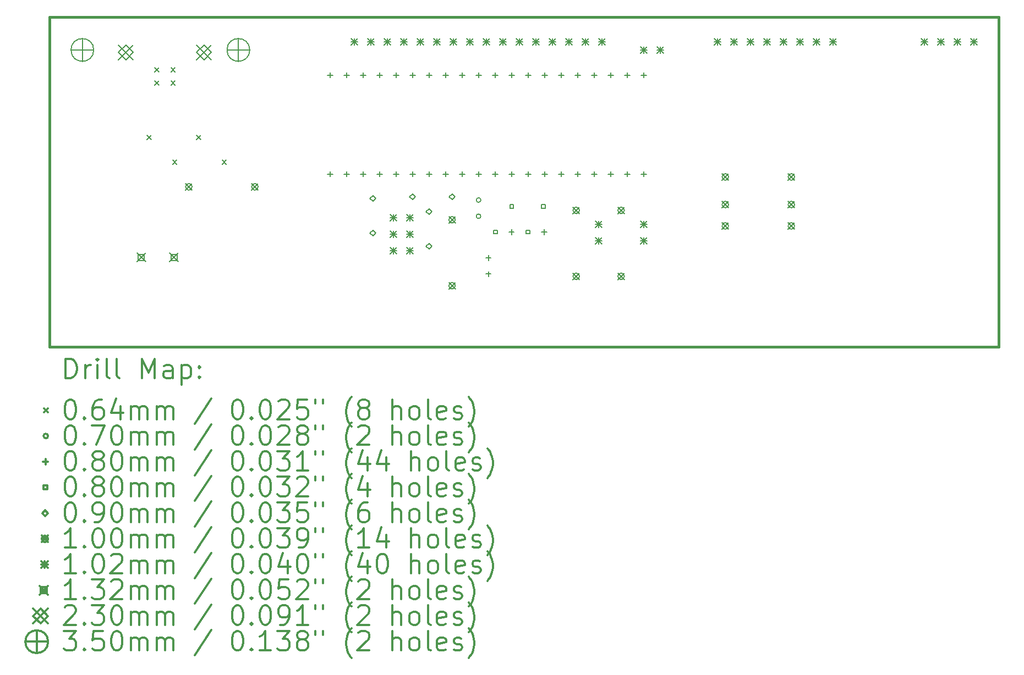
<source format=gbr>
%FSLAX45Y45*%
G04 Gerber Fmt 4.5, Leading zero omitted, Abs format (unit mm)*
G04 Created by KiCad (PCBNEW 4.0.5+dfsg1-4) date Sun Dec 29 19:07:22 2019*
%MOMM*%
%LPD*%
G01*
G04 APERTURE LIST*
%ADD10C,0.127000*%
%ADD11C,0.381000*%
%ADD12C,0.200000*%
%ADD13C,0.300000*%
G04 APERTURE END LIST*
D10*
D11*
X5715000Y-10541000D02*
X20320000Y-10541000D01*
X5715000Y-5461000D02*
X20320000Y-5461000D01*
X5715000Y-10541000D02*
X5715000Y-5461000D01*
X20320000Y-5461000D02*
X20320000Y-10541000D01*
D12*
X7219950Y-7283450D02*
X7283450Y-7346950D01*
X7283450Y-7283450D02*
X7219950Y-7346950D01*
X7336282Y-6244590D02*
X7399782Y-6308090D01*
X7399782Y-6244590D02*
X7336282Y-6308090D01*
X7336282Y-6445250D02*
X7399782Y-6508750D01*
X7399782Y-6445250D02*
X7336282Y-6508750D01*
X7586218Y-6244590D02*
X7649718Y-6308090D01*
X7649718Y-6244590D02*
X7586218Y-6308090D01*
X7586218Y-6445250D02*
X7649718Y-6508750D01*
X7649718Y-6445250D02*
X7586218Y-6508750D01*
X7613650Y-7664450D02*
X7677150Y-7727950D01*
X7677150Y-7664450D02*
X7613650Y-7727950D01*
X7981950Y-7283450D02*
X8045450Y-7346950D01*
X8045450Y-7283450D02*
X7981950Y-7346950D01*
X8375650Y-7664450D02*
X8439150Y-7727950D01*
X8439150Y-7664450D02*
X8375650Y-7727950D01*
X12354000Y-8280400D02*
G75*
G03X12354000Y-8280400I-35000J0D01*
G01*
X12354000Y-8530400D02*
G75*
G03X12354000Y-8530400I-35000J0D01*
G01*
X10036000Y-6316000D02*
X10036000Y-6396000D01*
X9996000Y-6356000D02*
X10076000Y-6356000D01*
X10036000Y-7840000D02*
X10036000Y-7920000D01*
X9996000Y-7880000D02*
X10076000Y-7880000D01*
X10290000Y-6316000D02*
X10290000Y-6396000D01*
X10250000Y-6356000D02*
X10330000Y-6356000D01*
X10290000Y-7840000D02*
X10290000Y-7920000D01*
X10250000Y-7880000D02*
X10330000Y-7880000D01*
X10544000Y-6316000D02*
X10544000Y-6396000D01*
X10504000Y-6356000D02*
X10584000Y-6356000D01*
X10544000Y-7840000D02*
X10544000Y-7920000D01*
X10504000Y-7880000D02*
X10584000Y-7880000D01*
X10798000Y-6316000D02*
X10798000Y-6396000D01*
X10758000Y-6356000D02*
X10838000Y-6356000D01*
X10798000Y-7840000D02*
X10798000Y-7920000D01*
X10758000Y-7880000D02*
X10838000Y-7880000D01*
X11052000Y-6316000D02*
X11052000Y-6396000D01*
X11012000Y-6356000D02*
X11092000Y-6356000D01*
X11052000Y-7840000D02*
X11052000Y-7920000D01*
X11012000Y-7880000D02*
X11092000Y-7880000D01*
X11306000Y-6316000D02*
X11306000Y-6396000D01*
X11266000Y-6356000D02*
X11346000Y-6356000D01*
X11306000Y-7840000D02*
X11306000Y-7920000D01*
X11266000Y-7880000D02*
X11346000Y-7880000D01*
X11560000Y-6316000D02*
X11560000Y-6396000D01*
X11520000Y-6356000D02*
X11600000Y-6356000D01*
X11560000Y-7840000D02*
X11560000Y-7920000D01*
X11520000Y-7880000D02*
X11600000Y-7880000D01*
X11814000Y-6316000D02*
X11814000Y-6396000D01*
X11774000Y-6356000D02*
X11854000Y-6356000D01*
X11814000Y-7840000D02*
X11814000Y-7920000D01*
X11774000Y-7880000D02*
X11854000Y-7880000D01*
X12068000Y-6316000D02*
X12068000Y-6396000D01*
X12028000Y-6356000D02*
X12108000Y-6356000D01*
X12068000Y-7840000D02*
X12068000Y-7920000D01*
X12028000Y-7880000D02*
X12108000Y-7880000D01*
X12322000Y-6316000D02*
X12322000Y-6396000D01*
X12282000Y-6356000D02*
X12362000Y-6356000D01*
X12322000Y-7840000D02*
X12322000Y-7920000D01*
X12282000Y-7880000D02*
X12362000Y-7880000D01*
X12471400Y-9129400D02*
X12471400Y-9209400D01*
X12431400Y-9169400D02*
X12511400Y-9169400D01*
X12471400Y-9379400D02*
X12471400Y-9459400D01*
X12431400Y-9419400D02*
X12511400Y-9419400D01*
X12576000Y-6316000D02*
X12576000Y-6396000D01*
X12536000Y-6356000D02*
X12616000Y-6356000D01*
X12576000Y-7840000D02*
X12576000Y-7920000D01*
X12536000Y-7880000D02*
X12616000Y-7880000D01*
X12827500Y-8732500D02*
X12827500Y-8812500D01*
X12787500Y-8772500D02*
X12867500Y-8772500D01*
X12830000Y-6316000D02*
X12830000Y-6396000D01*
X12790000Y-6356000D02*
X12870000Y-6356000D01*
X12830000Y-7840000D02*
X12830000Y-7920000D01*
X12790000Y-7880000D02*
X12870000Y-7880000D01*
X13084000Y-6316000D02*
X13084000Y-6396000D01*
X13044000Y-6356000D02*
X13124000Y-6356000D01*
X13084000Y-7840000D02*
X13084000Y-7920000D01*
X13044000Y-7880000D02*
X13124000Y-7880000D01*
X13330000Y-8732500D02*
X13330000Y-8812500D01*
X13290000Y-8772500D02*
X13370000Y-8772500D01*
X13338000Y-6316000D02*
X13338000Y-6396000D01*
X13298000Y-6356000D02*
X13378000Y-6356000D01*
X13338000Y-7840000D02*
X13338000Y-7920000D01*
X13298000Y-7880000D02*
X13378000Y-7880000D01*
X13592000Y-6316000D02*
X13592000Y-6396000D01*
X13552000Y-6356000D02*
X13632000Y-6356000D01*
X13592000Y-7840000D02*
X13592000Y-7920000D01*
X13552000Y-7880000D02*
X13632000Y-7880000D01*
X13846000Y-6316000D02*
X13846000Y-6396000D01*
X13806000Y-6356000D02*
X13886000Y-6356000D01*
X13846000Y-7840000D02*
X13846000Y-7920000D01*
X13806000Y-7880000D02*
X13886000Y-7880000D01*
X14100000Y-6316000D02*
X14100000Y-6396000D01*
X14060000Y-6356000D02*
X14140000Y-6356000D01*
X14100000Y-7840000D02*
X14100000Y-7920000D01*
X14060000Y-7880000D02*
X14140000Y-7880000D01*
X14354000Y-6316000D02*
X14354000Y-6396000D01*
X14314000Y-6356000D02*
X14394000Y-6356000D01*
X14354000Y-7840000D02*
X14354000Y-7920000D01*
X14314000Y-7880000D02*
X14394000Y-7880000D01*
X14608000Y-6316000D02*
X14608000Y-6396000D01*
X14568000Y-6356000D02*
X14648000Y-6356000D01*
X14608000Y-7840000D02*
X14608000Y-7920000D01*
X14568000Y-7880000D02*
X14648000Y-7880000D01*
X14862000Y-6316000D02*
X14862000Y-6396000D01*
X14822000Y-6356000D02*
X14902000Y-6356000D01*
X14862000Y-7840000D02*
X14862000Y-7920000D01*
X14822000Y-7880000D02*
X14902000Y-7880000D01*
X12605788Y-8800788D02*
X12605788Y-8744212D01*
X12549212Y-8744212D01*
X12549212Y-8800788D01*
X12605788Y-8800788D01*
X12858288Y-8405788D02*
X12858288Y-8349212D01*
X12801712Y-8349212D01*
X12801712Y-8405788D01*
X12858288Y-8405788D01*
X13108288Y-8800788D02*
X13108288Y-8744212D01*
X13051712Y-8744212D01*
X13051712Y-8800788D01*
X13108288Y-8800788D01*
X13346476Y-8405788D02*
X13346476Y-8349212D01*
X13289900Y-8349212D01*
X13289900Y-8405788D01*
X13346476Y-8405788D01*
X10693400Y-8300000D02*
X10738400Y-8255000D01*
X10693400Y-8210000D01*
X10648400Y-8255000D01*
X10693400Y-8300000D01*
X10693400Y-8833400D02*
X10738400Y-8788400D01*
X10693400Y-8743400D01*
X10648400Y-8788400D01*
X10693400Y-8833400D01*
X11303000Y-8274600D02*
X11348000Y-8229600D01*
X11303000Y-8184600D01*
X11258000Y-8229600D01*
X11303000Y-8274600D01*
X11557000Y-8503200D02*
X11602000Y-8458200D01*
X11557000Y-8413200D01*
X11512000Y-8458200D01*
X11557000Y-8503200D01*
X11557000Y-9036600D02*
X11602000Y-8991600D01*
X11557000Y-8946600D01*
X11512000Y-8991600D01*
X11557000Y-9036600D01*
X11912600Y-8274600D02*
X11957600Y-8229600D01*
X11912600Y-8184600D01*
X11867600Y-8229600D01*
X11912600Y-8274600D01*
X7811262Y-8027162D02*
X7911338Y-8127238D01*
X7911338Y-8027162D02*
X7811262Y-8127238D01*
X7911338Y-8077200D02*
G75*
G03X7911338Y-8077200I-50038J0D01*
G01*
X8827262Y-8027162D02*
X8927338Y-8127238D01*
X8927338Y-8027162D02*
X8827262Y-8127238D01*
X8927338Y-8077200D02*
G75*
G03X8927338Y-8077200I-50038J0D01*
G01*
X11862562Y-8535162D02*
X11962638Y-8635238D01*
X11962638Y-8535162D02*
X11862562Y-8635238D01*
X11962638Y-8585200D02*
G75*
G03X11962638Y-8585200I-50038J0D01*
G01*
X11862562Y-9551162D02*
X11962638Y-9651238D01*
X11962638Y-9551162D02*
X11862562Y-9651238D01*
X11962638Y-9601200D02*
G75*
G03X11962638Y-9601200I-50038J0D01*
G01*
X13772462Y-8389962D02*
X13872538Y-8490038D01*
X13872538Y-8389962D02*
X13772462Y-8490038D01*
X13872538Y-8440000D02*
G75*
G03X13872538Y-8440000I-50038J0D01*
G01*
X13772462Y-9405962D02*
X13872538Y-9506038D01*
X13872538Y-9405962D02*
X13772462Y-9506038D01*
X13872538Y-9456000D02*
G75*
G03X13872538Y-9456000I-50038J0D01*
G01*
X14462462Y-8389962D02*
X14562538Y-8490038D01*
X14562538Y-8389962D02*
X14462462Y-8490038D01*
X14562538Y-8440000D02*
G75*
G03X14562538Y-8440000I-50038J0D01*
G01*
X14462462Y-9405962D02*
X14562538Y-9506038D01*
X14562538Y-9405962D02*
X14462462Y-9506038D01*
X14562538Y-9456000D02*
G75*
G03X14562538Y-9456000I-50038J0D01*
G01*
X16066362Y-7874762D02*
X16166438Y-7974838D01*
X16166438Y-7874762D02*
X16066362Y-7974838D01*
X16166438Y-7924800D02*
G75*
G03X16166438Y-7924800I-50038J0D01*
G01*
X16066362Y-8299962D02*
X16166438Y-8400038D01*
X16166438Y-8299962D02*
X16066362Y-8400038D01*
X16166438Y-8350000D02*
G75*
G03X16166438Y-8350000I-50038J0D01*
G01*
X16066362Y-8629962D02*
X16166438Y-8730038D01*
X16166438Y-8629962D02*
X16066362Y-8730038D01*
X16166438Y-8680000D02*
G75*
G03X16166438Y-8680000I-50038J0D01*
G01*
X17082362Y-7874762D02*
X17182438Y-7974838D01*
X17182438Y-7874762D02*
X17082362Y-7974838D01*
X17182438Y-7924800D02*
G75*
G03X17182438Y-7924800I-50038J0D01*
G01*
X17082362Y-8299962D02*
X17182438Y-8400038D01*
X17182438Y-8299962D02*
X17082362Y-8400038D01*
X17182438Y-8350000D02*
G75*
G03X17182438Y-8350000I-50038J0D01*
G01*
X17082362Y-8629962D02*
X17182438Y-8730038D01*
X17182438Y-8629962D02*
X17082362Y-8730038D01*
X17182438Y-8680000D02*
G75*
G03X17182438Y-8680000I-50038J0D01*
G01*
X10361200Y-5789200D02*
X10462800Y-5890800D01*
X10462800Y-5789200D02*
X10361200Y-5890800D01*
X10412000Y-5789200D02*
X10412000Y-5890800D01*
X10361200Y-5840000D02*
X10462800Y-5840000D01*
X10615200Y-5789200D02*
X10716800Y-5890800D01*
X10716800Y-5789200D02*
X10615200Y-5890800D01*
X10666000Y-5789200D02*
X10666000Y-5890800D01*
X10615200Y-5840000D02*
X10716800Y-5840000D01*
X10869200Y-5789200D02*
X10970800Y-5890800D01*
X10970800Y-5789200D02*
X10869200Y-5890800D01*
X10920000Y-5789200D02*
X10920000Y-5890800D01*
X10869200Y-5840000D02*
X10970800Y-5840000D01*
X10955200Y-8497700D02*
X11056800Y-8599300D01*
X11056800Y-8497700D02*
X10955200Y-8599300D01*
X11006000Y-8497700D02*
X11006000Y-8599300D01*
X10955200Y-8548500D02*
X11056800Y-8548500D01*
X10955200Y-8751700D02*
X11056800Y-8853300D01*
X11056800Y-8751700D02*
X10955200Y-8853300D01*
X11006000Y-8751700D02*
X11006000Y-8853300D01*
X10955200Y-8802500D02*
X11056800Y-8802500D01*
X10955200Y-9005700D02*
X11056800Y-9107300D01*
X11056800Y-9005700D02*
X10955200Y-9107300D01*
X11006000Y-9005700D02*
X11006000Y-9107300D01*
X10955200Y-9056500D02*
X11056800Y-9056500D01*
X11123200Y-5789200D02*
X11224800Y-5890800D01*
X11224800Y-5789200D02*
X11123200Y-5890800D01*
X11174000Y-5789200D02*
X11174000Y-5890800D01*
X11123200Y-5840000D02*
X11224800Y-5840000D01*
X11209200Y-8497700D02*
X11310800Y-8599300D01*
X11310800Y-8497700D02*
X11209200Y-8599300D01*
X11260000Y-8497700D02*
X11260000Y-8599300D01*
X11209200Y-8548500D02*
X11310800Y-8548500D01*
X11209200Y-8751700D02*
X11310800Y-8853300D01*
X11310800Y-8751700D02*
X11209200Y-8853300D01*
X11260000Y-8751700D02*
X11260000Y-8853300D01*
X11209200Y-8802500D02*
X11310800Y-8802500D01*
X11209200Y-9005700D02*
X11310800Y-9107300D01*
X11310800Y-9005700D02*
X11209200Y-9107300D01*
X11260000Y-9005700D02*
X11260000Y-9107300D01*
X11209200Y-9056500D02*
X11310800Y-9056500D01*
X11377200Y-5789200D02*
X11478800Y-5890800D01*
X11478800Y-5789200D02*
X11377200Y-5890800D01*
X11428000Y-5789200D02*
X11428000Y-5890800D01*
X11377200Y-5840000D02*
X11478800Y-5840000D01*
X11631200Y-5789200D02*
X11732800Y-5890800D01*
X11732800Y-5789200D02*
X11631200Y-5890800D01*
X11682000Y-5789200D02*
X11682000Y-5890800D01*
X11631200Y-5840000D02*
X11732800Y-5840000D01*
X11885200Y-5789200D02*
X11986800Y-5890800D01*
X11986800Y-5789200D02*
X11885200Y-5890800D01*
X11936000Y-5789200D02*
X11936000Y-5890800D01*
X11885200Y-5840000D02*
X11986800Y-5840000D01*
X12139200Y-5789200D02*
X12240800Y-5890800D01*
X12240800Y-5789200D02*
X12139200Y-5890800D01*
X12190000Y-5789200D02*
X12190000Y-5890800D01*
X12139200Y-5840000D02*
X12240800Y-5840000D01*
X12393200Y-5789200D02*
X12494800Y-5890800D01*
X12494800Y-5789200D02*
X12393200Y-5890800D01*
X12444000Y-5789200D02*
X12444000Y-5890800D01*
X12393200Y-5840000D02*
X12494800Y-5840000D01*
X12647200Y-5789200D02*
X12748800Y-5890800D01*
X12748800Y-5789200D02*
X12647200Y-5890800D01*
X12698000Y-5789200D02*
X12698000Y-5890800D01*
X12647200Y-5840000D02*
X12748800Y-5840000D01*
X12901200Y-5789200D02*
X13002800Y-5890800D01*
X13002800Y-5789200D02*
X12901200Y-5890800D01*
X12952000Y-5789200D02*
X12952000Y-5890800D01*
X12901200Y-5840000D02*
X13002800Y-5840000D01*
X13155200Y-5789200D02*
X13256800Y-5890800D01*
X13256800Y-5789200D02*
X13155200Y-5890800D01*
X13206000Y-5789200D02*
X13206000Y-5890800D01*
X13155200Y-5840000D02*
X13256800Y-5840000D01*
X13409200Y-5789200D02*
X13510800Y-5890800D01*
X13510800Y-5789200D02*
X13409200Y-5890800D01*
X13460000Y-5789200D02*
X13460000Y-5890800D01*
X13409200Y-5840000D02*
X13510800Y-5840000D01*
X13663200Y-5789200D02*
X13764800Y-5890800D01*
X13764800Y-5789200D02*
X13663200Y-5890800D01*
X13714000Y-5789200D02*
X13714000Y-5890800D01*
X13663200Y-5840000D02*
X13764800Y-5840000D01*
X13917200Y-5789200D02*
X14018800Y-5890800D01*
X14018800Y-5789200D02*
X13917200Y-5890800D01*
X13968000Y-5789200D02*
X13968000Y-5890800D01*
X13917200Y-5840000D02*
X14018800Y-5840000D01*
X14114200Y-8601700D02*
X14215800Y-8703300D01*
X14215800Y-8601700D02*
X14114200Y-8703300D01*
X14165000Y-8601700D02*
X14165000Y-8703300D01*
X14114200Y-8652500D02*
X14215800Y-8652500D01*
X14114200Y-8855700D02*
X14215800Y-8957300D01*
X14215800Y-8855700D02*
X14114200Y-8957300D01*
X14165000Y-8855700D02*
X14165000Y-8957300D01*
X14114200Y-8906500D02*
X14215800Y-8906500D01*
X14171200Y-5789200D02*
X14272800Y-5890800D01*
X14272800Y-5789200D02*
X14171200Y-5890800D01*
X14222000Y-5789200D02*
X14222000Y-5890800D01*
X14171200Y-5840000D02*
X14272800Y-5840000D01*
X14806700Y-8602700D02*
X14908300Y-8704300D01*
X14908300Y-8602700D02*
X14806700Y-8704300D01*
X14857500Y-8602700D02*
X14857500Y-8704300D01*
X14806700Y-8653500D02*
X14908300Y-8653500D01*
X14806700Y-8856700D02*
X14908300Y-8958300D01*
X14908300Y-8856700D02*
X14806700Y-8958300D01*
X14857500Y-8856700D02*
X14857500Y-8958300D01*
X14806700Y-8907500D02*
X14908300Y-8907500D01*
X14811700Y-5916700D02*
X14913300Y-6018300D01*
X14913300Y-5916700D02*
X14811700Y-6018300D01*
X14862500Y-5916700D02*
X14862500Y-6018300D01*
X14811700Y-5967500D02*
X14913300Y-5967500D01*
X15065700Y-5916700D02*
X15167300Y-6018300D01*
X15167300Y-5916700D02*
X15065700Y-6018300D01*
X15116500Y-5916700D02*
X15116500Y-6018300D01*
X15065700Y-5967500D02*
X15167300Y-5967500D01*
X15949200Y-5791200D02*
X16050800Y-5892800D01*
X16050800Y-5791200D02*
X15949200Y-5892800D01*
X16000000Y-5791200D02*
X16000000Y-5892800D01*
X15949200Y-5842000D02*
X16050800Y-5842000D01*
X16203200Y-5791200D02*
X16304800Y-5892800D01*
X16304800Y-5791200D02*
X16203200Y-5892800D01*
X16254000Y-5791200D02*
X16254000Y-5892800D01*
X16203200Y-5842000D02*
X16304800Y-5842000D01*
X16457200Y-5791200D02*
X16558800Y-5892800D01*
X16558800Y-5791200D02*
X16457200Y-5892800D01*
X16508000Y-5791200D02*
X16508000Y-5892800D01*
X16457200Y-5842000D02*
X16558800Y-5842000D01*
X16711200Y-5791200D02*
X16812800Y-5892800D01*
X16812800Y-5791200D02*
X16711200Y-5892800D01*
X16762000Y-5791200D02*
X16762000Y-5892800D01*
X16711200Y-5842000D02*
X16812800Y-5842000D01*
X16965200Y-5791200D02*
X17066800Y-5892800D01*
X17066800Y-5791200D02*
X16965200Y-5892800D01*
X17016000Y-5791200D02*
X17016000Y-5892800D01*
X16965200Y-5842000D02*
X17066800Y-5842000D01*
X17219200Y-5791200D02*
X17320800Y-5892800D01*
X17320800Y-5791200D02*
X17219200Y-5892800D01*
X17270000Y-5791200D02*
X17270000Y-5892800D01*
X17219200Y-5842000D02*
X17320800Y-5842000D01*
X17473200Y-5791200D02*
X17574800Y-5892800D01*
X17574800Y-5791200D02*
X17473200Y-5892800D01*
X17524000Y-5791200D02*
X17524000Y-5892800D01*
X17473200Y-5842000D02*
X17574800Y-5842000D01*
X17727200Y-5791200D02*
X17828800Y-5892800D01*
X17828800Y-5791200D02*
X17727200Y-5892800D01*
X17778000Y-5791200D02*
X17778000Y-5892800D01*
X17727200Y-5842000D02*
X17828800Y-5842000D01*
X19126200Y-5791200D02*
X19227800Y-5892800D01*
X19227800Y-5791200D02*
X19126200Y-5892800D01*
X19177000Y-5791200D02*
X19177000Y-5892800D01*
X19126200Y-5842000D02*
X19227800Y-5842000D01*
X19380200Y-5791200D02*
X19481800Y-5892800D01*
X19481800Y-5791200D02*
X19380200Y-5892800D01*
X19431000Y-5791200D02*
X19431000Y-5892800D01*
X19380200Y-5842000D02*
X19481800Y-5842000D01*
X19634200Y-5791200D02*
X19735800Y-5892800D01*
X19735800Y-5791200D02*
X19634200Y-5892800D01*
X19685000Y-5791200D02*
X19685000Y-5892800D01*
X19634200Y-5842000D02*
X19735800Y-5842000D01*
X19888200Y-5791200D02*
X19989800Y-5892800D01*
X19989800Y-5791200D02*
X19888200Y-5892800D01*
X19939000Y-5791200D02*
X19939000Y-5892800D01*
X19888200Y-5842000D02*
X19989800Y-5842000D01*
X7065264Y-9097264D02*
X7197344Y-9229344D01*
X7197344Y-9097264D02*
X7065264Y-9229344D01*
X7178002Y-9210002D02*
X7178002Y-9116606D01*
X7084606Y-9116606D01*
X7084606Y-9210002D01*
X7178002Y-9210002D01*
X7565264Y-9097264D02*
X7697344Y-9229344D01*
X7697344Y-9097264D02*
X7565264Y-9229344D01*
X7678002Y-9210002D02*
X7678002Y-9116606D01*
X7584606Y-9116606D01*
X7584606Y-9210002D01*
X7678002Y-9210002D01*
X6776466Y-5891530D02*
X7006590Y-6121654D01*
X7006590Y-5891530D02*
X6776466Y-6121654D01*
X6891528Y-6121654D02*
X7006590Y-6006592D01*
X6891528Y-5891530D01*
X6776466Y-6006592D01*
X6891528Y-6121654D01*
X7978394Y-5891530D02*
X8208518Y-6121654D01*
X8208518Y-5891530D02*
X7978394Y-6121654D01*
X8093456Y-6121654D02*
X8208518Y-6006592D01*
X8093456Y-5891530D01*
X7978394Y-6006592D01*
X8093456Y-6121654D01*
X6223000Y-5794000D02*
X6223000Y-6144000D01*
X6048000Y-5969000D02*
X6398000Y-5969000D01*
X6398000Y-5969000D02*
G75*
G03X6398000Y-5969000I-175000J0D01*
G01*
X8623300Y-5794000D02*
X8623300Y-6144000D01*
X8448300Y-5969000D02*
X8798300Y-5969000D01*
X8798300Y-5969000D02*
G75*
G03X8798300Y-5969000I-175000J0D01*
G01*
D13*
X5967378Y-11025764D02*
X5967378Y-10725764D01*
X6038807Y-10725764D01*
X6081664Y-10740050D01*
X6110236Y-10768622D01*
X6124521Y-10797193D01*
X6138807Y-10854336D01*
X6138807Y-10897193D01*
X6124521Y-10954336D01*
X6110236Y-10982907D01*
X6081664Y-11011479D01*
X6038807Y-11025764D01*
X5967378Y-11025764D01*
X6267378Y-11025764D02*
X6267378Y-10825764D01*
X6267378Y-10882907D02*
X6281664Y-10854336D01*
X6295950Y-10840050D01*
X6324521Y-10825764D01*
X6353093Y-10825764D01*
X6453093Y-11025764D02*
X6453093Y-10825764D01*
X6453093Y-10725764D02*
X6438807Y-10740050D01*
X6453093Y-10754336D01*
X6467378Y-10740050D01*
X6453093Y-10725764D01*
X6453093Y-10754336D01*
X6638807Y-11025764D02*
X6610236Y-11011479D01*
X6595950Y-10982907D01*
X6595950Y-10725764D01*
X6795950Y-11025764D02*
X6767378Y-11011479D01*
X6753093Y-10982907D01*
X6753093Y-10725764D01*
X7138807Y-11025764D02*
X7138807Y-10725764D01*
X7238807Y-10940050D01*
X7338807Y-10725764D01*
X7338807Y-11025764D01*
X7610236Y-11025764D02*
X7610236Y-10868622D01*
X7595950Y-10840050D01*
X7567378Y-10825764D01*
X7510236Y-10825764D01*
X7481664Y-10840050D01*
X7610236Y-11011479D02*
X7581664Y-11025764D01*
X7510236Y-11025764D01*
X7481664Y-11011479D01*
X7467378Y-10982907D01*
X7467378Y-10954336D01*
X7481664Y-10925764D01*
X7510236Y-10911479D01*
X7581664Y-10911479D01*
X7610236Y-10897193D01*
X7753093Y-10825764D02*
X7753093Y-11125764D01*
X7753093Y-10840050D02*
X7781664Y-10825764D01*
X7838807Y-10825764D01*
X7867378Y-10840050D01*
X7881664Y-10854336D01*
X7895950Y-10882907D01*
X7895950Y-10968622D01*
X7881664Y-10997193D01*
X7867378Y-11011479D01*
X7838807Y-11025764D01*
X7781664Y-11025764D01*
X7753093Y-11011479D01*
X8024521Y-10997193D02*
X8038807Y-11011479D01*
X8024521Y-11025764D01*
X8010236Y-11011479D01*
X8024521Y-10997193D01*
X8024521Y-11025764D01*
X8024521Y-10840050D02*
X8038807Y-10854336D01*
X8024521Y-10868622D01*
X8010236Y-10854336D01*
X8024521Y-10840050D01*
X8024521Y-10868622D01*
X5632450Y-11488300D02*
X5695950Y-11551800D01*
X5695950Y-11488300D02*
X5632450Y-11551800D01*
X6024521Y-11355764D02*
X6053093Y-11355764D01*
X6081664Y-11370050D01*
X6095950Y-11384336D01*
X6110236Y-11412907D01*
X6124521Y-11470050D01*
X6124521Y-11541479D01*
X6110236Y-11598621D01*
X6095950Y-11627193D01*
X6081664Y-11641479D01*
X6053093Y-11655764D01*
X6024521Y-11655764D01*
X5995950Y-11641479D01*
X5981664Y-11627193D01*
X5967378Y-11598621D01*
X5953093Y-11541479D01*
X5953093Y-11470050D01*
X5967378Y-11412907D01*
X5981664Y-11384336D01*
X5995950Y-11370050D01*
X6024521Y-11355764D01*
X6253093Y-11627193D02*
X6267378Y-11641479D01*
X6253093Y-11655764D01*
X6238807Y-11641479D01*
X6253093Y-11627193D01*
X6253093Y-11655764D01*
X6524521Y-11355764D02*
X6467378Y-11355764D01*
X6438807Y-11370050D01*
X6424521Y-11384336D01*
X6395950Y-11427193D01*
X6381664Y-11484336D01*
X6381664Y-11598621D01*
X6395950Y-11627193D01*
X6410236Y-11641479D01*
X6438807Y-11655764D01*
X6495950Y-11655764D01*
X6524521Y-11641479D01*
X6538807Y-11627193D01*
X6553093Y-11598621D01*
X6553093Y-11527193D01*
X6538807Y-11498621D01*
X6524521Y-11484336D01*
X6495950Y-11470050D01*
X6438807Y-11470050D01*
X6410236Y-11484336D01*
X6395950Y-11498621D01*
X6381664Y-11527193D01*
X6810236Y-11455764D02*
X6810236Y-11655764D01*
X6738807Y-11341479D02*
X6667378Y-11555764D01*
X6853093Y-11555764D01*
X6967378Y-11655764D02*
X6967378Y-11455764D01*
X6967378Y-11484336D02*
X6981664Y-11470050D01*
X7010236Y-11455764D01*
X7053093Y-11455764D01*
X7081664Y-11470050D01*
X7095950Y-11498621D01*
X7095950Y-11655764D01*
X7095950Y-11498621D02*
X7110236Y-11470050D01*
X7138807Y-11455764D01*
X7181664Y-11455764D01*
X7210236Y-11470050D01*
X7224521Y-11498621D01*
X7224521Y-11655764D01*
X7367378Y-11655764D02*
X7367378Y-11455764D01*
X7367378Y-11484336D02*
X7381664Y-11470050D01*
X7410236Y-11455764D01*
X7453093Y-11455764D01*
X7481664Y-11470050D01*
X7495950Y-11498621D01*
X7495950Y-11655764D01*
X7495950Y-11498621D02*
X7510236Y-11470050D01*
X7538807Y-11455764D01*
X7581664Y-11455764D01*
X7610236Y-11470050D01*
X7624521Y-11498621D01*
X7624521Y-11655764D01*
X8210236Y-11341479D02*
X7953093Y-11727193D01*
X8595950Y-11355764D02*
X8624521Y-11355764D01*
X8653093Y-11370050D01*
X8667378Y-11384336D01*
X8681664Y-11412907D01*
X8695950Y-11470050D01*
X8695950Y-11541479D01*
X8681664Y-11598621D01*
X8667378Y-11627193D01*
X8653093Y-11641479D01*
X8624521Y-11655764D01*
X8595950Y-11655764D01*
X8567378Y-11641479D01*
X8553093Y-11627193D01*
X8538807Y-11598621D01*
X8524521Y-11541479D01*
X8524521Y-11470050D01*
X8538807Y-11412907D01*
X8553093Y-11384336D01*
X8567378Y-11370050D01*
X8595950Y-11355764D01*
X8824521Y-11627193D02*
X8838807Y-11641479D01*
X8824521Y-11655764D01*
X8810236Y-11641479D01*
X8824521Y-11627193D01*
X8824521Y-11655764D01*
X9024521Y-11355764D02*
X9053093Y-11355764D01*
X9081664Y-11370050D01*
X9095950Y-11384336D01*
X9110236Y-11412907D01*
X9124521Y-11470050D01*
X9124521Y-11541479D01*
X9110236Y-11598621D01*
X9095950Y-11627193D01*
X9081664Y-11641479D01*
X9053093Y-11655764D01*
X9024521Y-11655764D01*
X8995950Y-11641479D01*
X8981664Y-11627193D01*
X8967378Y-11598621D01*
X8953093Y-11541479D01*
X8953093Y-11470050D01*
X8967378Y-11412907D01*
X8981664Y-11384336D01*
X8995950Y-11370050D01*
X9024521Y-11355764D01*
X9238807Y-11384336D02*
X9253093Y-11370050D01*
X9281664Y-11355764D01*
X9353093Y-11355764D01*
X9381664Y-11370050D01*
X9395950Y-11384336D01*
X9410236Y-11412907D01*
X9410236Y-11441479D01*
X9395950Y-11484336D01*
X9224521Y-11655764D01*
X9410236Y-11655764D01*
X9681664Y-11355764D02*
X9538807Y-11355764D01*
X9524521Y-11498621D01*
X9538807Y-11484336D01*
X9567378Y-11470050D01*
X9638807Y-11470050D01*
X9667378Y-11484336D01*
X9681664Y-11498621D01*
X9695950Y-11527193D01*
X9695950Y-11598621D01*
X9681664Y-11627193D01*
X9667378Y-11641479D01*
X9638807Y-11655764D01*
X9567378Y-11655764D01*
X9538807Y-11641479D01*
X9524521Y-11627193D01*
X9810236Y-11355764D02*
X9810236Y-11412907D01*
X9924521Y-11355764D02*
X9924521Y-11412907D01*
X10367378Y-11770050D02*
X10353093Y-11755764D01*
X10324521Y-11712907D01*
X10310236Y-11684336D01*
X10295950Y-11641479D01*
X10281664Y-11570050D01*
X10281664Y-11512907D01*
X10295950Y-11441479D01*
X10310236Y-11398621D01*
X10324521Y-11370050D01*
X10353093Y-11327193D01*
X10367378Y-11312907D01*
X10524521Y-11484336D02*
X10495950Y-11470050D01*
X10481664Y-11455764D01*
X10467378Y-11427193D01*
X10467378Y-11412907D01*
X10481664Y-11384336D01*
X10495950Y-11370050D01*
X10524521Y-11355764D01*
X10581664Y-11355764D01*
X10610236Y-11370050D01*
X10624521Y-11384336D01*
X10638807Y-11412907D01*
X10638807Y-11427193D01*
X10624521Y-11455764D01*
X10610236Y-11470050D01*
X10581664Y-11484336D01*
X10524521Y-11484336D01*
X10495950Y-11498621D01*
X10481664Y-11512907D01*
X10467378Y-11541479D01*
X10467378Y-11598621D01*
X10481664Y-11627193D01*
X10495950Y-11641479D01*
X10524521Y-11655764D01*
X10581664Y-11655764D01*
X10610236Y-11641479D01*
X10624521Y-11627193D01*
X10638807Y-11598621D01*
X10638807Y-11541479D01*
X10624521Y-11512907D01*
X10610236Y-11498621D01*
X10581664Y-11484336D01*
X10995950Y-11655764D02*
X10995950Y-11355764D01*
X11124521Y-11655764D02*
X11124521Y-11498621D01*
X11110236Y-11470050D01*
X11081664Y-11455764D01*
X11038807Y-11455764D01*
X11010236Y-11470050D01*
X10995950Y-11484336D01*
X11310235Y-11655764D02*
X11281664Y-11641479D01*
X11267378Y-11627193D01*
X11253093Y-11598621D01*
X11253093Y-11512907D01*
X11267378Y-11484336D01*
X11281664Y-11470050D01*
X11310235Y-11455764D01*
X11353093Y-11455764D01*
X11381664Y-11470050D01*
X11395950Y-11484336D01*
X11410235Y-11512907D01*
X11410235Y-11598621D01*
X11395950Y-11627193D01*
X11381664Y-11641479D01*
X11353093Y-11655764D01*
X11310235Y-11655764D01*
X11581664Y-11655764D02*
X11553093Y-11641479D01*
X11538807Y-11612907D01*
X11538807Y-11355764D01*
X11810236Y-11641479D02*
X11781664Y-11655764D01*
X11724521Y-11655764D01*
X11695950Y-11641479D01*
X11681664Y-11612907D01*
X11681664Y-11498621D01*
X11695950Y-11470050D01*
X11724521Y-11455764D01*
X11781664Y-11455764D01*
X11810236Y-11470050D01*
X11824521Y-11498621D01*
X11824521Y-11527193D01*
X11681664Y-11555764D01*
X11938807Y-11641479D02*
X11967378Y-11655764D01*
X12024521Y-11655764D01*
X12053093Y-11641479D01*
X12067378Y-11612907D01*
X12067378Y-11598621D01*
X12053093Y-11570050D01*
X12024521Y-11555764D01*
X11981664Y-11555764D01*
X11953093Y-11541479D01*
X11938807Y-11512907D01*
X11938807Y-11498621D01*
X11953093Y-11470050D01*
X11981664Y-11455764D01*
X12024521Y-11455764D01*
X12053093Y-11470050D01*
X12167378Y-11770050D02*
X12181664Y-11755764D01*
X12210236Y-11712907D01*
X12224521Y-11684336D01*
X12238807Y-11641479D01*
X12253093Y-11570050D01*
X12253093Y-11512907D01*
X12238807Y-11441479D01*
X12224521Y-11398621D01*
X12210236Y-11370050D01*
X12181664Y-11327193D01*
X12167378Y-11312907D01*
X5695950Y-11916050D02*
G75*
G03X5695950Y-11916050I-35000J0D01*
G01*
X6024521Y-11751764D02*
X6053093Y-11751764D01*
X6081664Y-11766050D01*
X6095950Y-11780336D01*
X6110236Y-11808907D01*
X6124521Y-11866050D01*
X6124521Y-11937479D01*
X6110236Y-11994621D01*
X6095950Y-12023193D01*
X6081664Y-12037479D01*
X6053093Y-12051764D01*
X6024521Y-12051764D01*
X5995950Y-12037479D01*
X5981664Y-12023193D01*
X5967378Y-11994621D01*
X5953093Y-11937479D01*
X5953093Y-11866050D01*
X5967378Y-11808907D01*
X5981664Y-11780336D01*
X5995950Y-11766050D01*
X6024521Y-11751764D01*
X6253093Y-12023193D02*
X6267378Y-12037479D01*
X6253093Y-12051764D01*
X6238807Y-12037479D01*
X6253093Y-12023193D01*
X6253093Y-12051764D01*
X6367378Y-11751764D02*
X6567378Y-11751764D01*
X6438807Y-12051764D01*
X6738807Y-11751764D02*
X6767378Y-11751764D01*
X6795950Y-11766050D01*
X6810236Y-11780336D01*
X6824521Y-11808907D01*
X6838807Y-11866050D01*
X6838807Y-11937479D01*
X6824521Y-11994621D01*
X6810236Y-12023193D01*
X6795950Y-12037479D01*
X6767378Y-12051764D01*
X6738807Y-12051764D01*
X6710236Y-12037479D01*
X6695950Y-12023193D01*
X6681664Y-11994621D01*
X6667378Y-11937479D01*
X6667378Y-11866050D01*
X6681664Y-11808907D01*
X6695950Y-11780336D01*
X6710236Y-11766050D01*
X6738807Y-11751764D01*
X6967378Y-12051764D02*
X6967378Y-11851764D01*
X6967378Y-11880336D02*
X6981664Y-11866050D01*
X7010236Y-11851764D01*
X7053093Y-11851764D01*
X7081664Y-11866050D01*
X7095950Y-11894621D01*
X7095950Y-12051764D01*
X7095950Y-11894621D02*
X7110236Y-11866050D01*
X7138807Y-11851764D01*
X7181664Y-11851764D01*
X7210236Y-11866050D01*
X7224521Y-11894621D01*
X7224521Y-12051764D01*
X7367378Y-12051764D02*
X7367378Y-11851764D01*
X7367378Y-11880336D02*
X7381664Y-11866050D01*
X7410236Y-11851764D01*
X7453093Y-11851764D01*
X7481664Y-11866050D01*
X7495950Y-11894621D01*
X7495950Y-12051764D01*
X7495950Y-11894621D02*
X7510236Y-11866050D01*
X7538807Y-11851764D01*
X7581664Y-11851764D01*
X7610236Y-11866050D01*
X7624521Y-11894621D01*
X7624521Y-12051764D01*
X8210236Y-11737479D02*
X7953093Y-12123193D01*
X8595950Y-11751764D02*
X8624521Y-11751764D01*
X8653093Y-11766050D01*
X8667378Y-11780336D01*
X8681664Y-11808907D01*
X8695950Y-11866050D01*
X8695950Y-11937479D01*
X8681664Y-11994621D01*
X8667378Y-12023193D01*
X8653093Y-12037479D01*
X8624521Y-12051764D01*
X8595950Y-12051764D01*
X8567378Y-12037479D01*
X8553093Y-12023193D01*
X8538807Y-11994621D01*
X8524521Y-11937479D01*
X8524521Y-11866050D01*
X8538807Y-11808907D01*
X8553093Y-11780336D01*
X8567378Y-11766050D01*
X8595950Y-11751764D01*
X8824521Y-12023193D02*
X8838807Y-12037479D01*
X8824521Y-12051764D01*
X8810236Y-12037479D01*
X8824521Y-12023193D01*
X8824521Y-12051764D01*
X9024521Y-11751764D02*
X9053093Y-11751764D01*
X9081664Y-11766050D01*
X9095950Y-11780336D01*
X9110236Y-11808907D01*
X9124521Y-11866050D01*
X9124521Y-11937479D01*
X9110236Y-11994621D01*
X9095950Y-12023193D01*
X9081664Y-12037479D01*
X9053093Y-12051764D01*
X9024521Y-12051764D01*
X8995950Y-12037479D01*
X8981664Y-12023193D01*
X8967378Y-11994621D01*
X8953093Y-11937479D01*
X8953093Y-11866050D01*
X8967378Y-11808907D01*
X8981664Y-11780336D01*
X8995950Y-11766050D01*
X9024521Y-11751764D01*
X9238807Y-11780336D02*
X9253093Y-11766050D01*
X9281664Y-11751764D01*
X9353093Y-11751764D01*
X9381664Y-11766050D01*
X9395950Y-11780336D01*
X9410236Y-11808907D01*
X9410236Y-11837479D01*
X9395950Y-11880336D01*
X9224521Y-12051764D01*
X9410236Y-12051764D01*
X9581664Y-11880336D02*
X9553093Y-11866050D01*
X9538807Y-11851764D01*
X9524521Y-11823193D01*
X9524521Y-11808907D01*
X9538807Y-11780336D01*
X9553093Y-11766050D01*
X9581664Y-11751764D01*
X9638807Y-11751764D01*
X9667378Y-11766050D01*
X9681664Y-11780336D01*
X9695950Y-11808907D01*
X9695950Y-11823193D01*
X9681664Y-11851764D01*
X9667378Y-11866050D01*
X9638807Y-11880336D01*
X9581664Y-11880336D01*
X9553093Y-11894621D01*
X9538807Y-11908907D01*
X9524521Y-11937479D01*
X9524521Y-11994621D01*
X9538807Y-12023193D01*
X9553093Y-12037479D01*
X9581664Y-12051764D01*
X9638807Y-12051764D01*
X9667378Y-12037479D01*
X9681664Y-12023193D01*
X9695950Y-11994621D01*
X9695950Y-11937479D01*
X9681664Y-11908907D01*
X9667378Y-11894621D01*
X9638807Y-11880336D01*
X9810236Y-11751764D02*
X9810236Y-11808907D01*
X9924521Y-11751764D02*
X9924521Y-11808907D01*
X10367378Y-12166050D02*
X10353093Y-12151764D01*
X10324521Y-12108907D01*
X10310236Y-12080336D01*
X10295950Y-12037479D01*
X10281664Y-11966050D01*
X10281664Y-11908907D01*
X10295950Y-11837479D01*
X10310236Y-11794621D01*
X10324521Y-11766050D01*
X10353093Y-11723193D01*
X10367378Y-11708907D01*
X10467378Y-11780336D02*
X10481664Y-11766050D01*
X10510236Y-11751764D01*
X10581664Y-11751764D01*
X10610236Y-11766050D01*
X10624521Y-11780336D01*
X10638807Y-11808907D01*
X10638807Y-11837479D01*
X10624521Y-11880336D01*
X10453093Y-12051764D01*
X10638807Y-12051764D01*
X10995950Y-12051764D02*
X10995950Y-11751764D01*
X11124521Y-12051764D02*
X11124521Y-11894621D01*
X11110236Y-11866050D01*
X11081664Y-11851764D01*
X11038807Y-11851764D01*
X11010236Y-11866050D01*
X10995950Y-11880336D01*
X11310235Y-12051764D02*
X11281664Y-12037479D01*
X11267378Y-12023193D01*
X11253093Y-11994621D01*
X11253093Y-11908907D01*
X11267378Y-11880336D01*
X11281664Y-11866050D01*
X11310235Y-11851764D01*
X11353093Y-11851764D01*
X11381664Y-11866050D01*
X11395950Y-11880336D01*
X11410235Y-11908907D01*
X11410235Y-11994621D01*
X11395950Y-12023193D01*
X11381664Y-12037479D01*
X11353093Y-12051764D01*
X11310235Y-12051764D01*
X11581664Y-12051764D02*
X11553093Y-12037479D01*
X11538807Y-12008907D01*
X11538807Y-11751764D01*
X11810236Y-12037479D02*
X11781664Y-12051764D01*
X11724521Y-12051764D01*
X11695950Y-12037479D01*
X11681664Y-12008907D01*
X11681664Y-11894621D01*
X11695950Y-11866050D01*
X11724521Y-11851764D01*
X11781664Y-11851764D01*
X11810236Y-11866050D01*
X11824521Y-11894621D01*
X11824521Y-11923193D01*
X11681664Y-11951764D01*
X11938807Y-12037479D02*
X11967378Y-12051764D01*
X12024521Y-12051764D01*
X12053093Y-12037479D01*
X12067378Y-12008907D01*
X12067378Y-11994621D01*
X12053093Y-11966050D01*
X12024521Y-11951764D01*
X11981664Y-11951764D01*
X11953093Y-11937479D01*
X11938807Y-11908907D01*
X11938807Y-11894621D01*
X11953093Y-11866050D01*
X11981664Y-11851764D01*
X12024521Y-11851764D01*
X12053093Y-11866050D01*
X12167378Y-12166050D02*
X12181664Y-12151764D01*
X12210236Y-12108907D01*
X12224521Y-12080336D01*
X12238807Y-12037479D01*
X12253093Y-11966050D01*
X12253093Y-11908907D01*
X12238807Y-11837479D01*
X12224521Y-11794621D01*
X12210236Y-11766050D01*
X12181664Y-11723193D01*
X12167378Y-11708907D01*
X5655950Y-12272050D02*
X5655950Y-12352050D01*
X5615950Y-12312050D02*
X5695950Y-12312050D01*
X6024521Y-12147764D02*
X6053093Y-12147764D01*
X6081664Y-12162050D01*
X6095950Y-12176336D01*
X6110236Y-12204907D01*
X6124521Y-12262050D01*
X6124521Y-12333479D01*
X6110236Y-12390621D01*
X6095950Y-12419193D01*
X6081664Y-12433479D01*
X6053093Y-12447764D01*
X6024521Y-12447764D01*
X5995950Y-12433479D01*
X5981664Y-12419193D01*
X5967378Y-12390621D01*
X5953093Y-12333479D01*
X5953093Y-12262050D01*
X5967378Y-12204907D01*
X5981664Y-12176336D01*
X5995950Y-12162050D01*
X6024521Y-12147764D01*
X6253093Y-12419193D02*
X6267378Y-12433479D01*
X6253093Y-12447764D01*
X6238807Y-12433479D01*
X6253093Y-12419193D01*
X6253093Y-12447764D01*
X6438807Y-12276336D02*
X6410236Y-12262050D01*
X6395950Y-12247764D01*
X6381664Y-12219193D01*
X6381664Y-12204907D01*
X6395950Y-12176336D01*
X6410236Y-12162050D01*
X6438807Y-12147764D01*
X6495950Y-12147764D01*
X6524521Y-12162050D01*
X6538807Y-12176336D01*
X6553093Y-12204907D01*
X6553093Y-12219193D01*
X6538807Y-12247764D01*
X6524521Y-12262050D01*
X6495950Y-12276336D01*
X6438807Y-12276336D01*
X6410236Y-12290621D01*
X6395950Y-12304907D01*
X6381664Y-12333479D01*
X6381664Y-12390621D01*
X6395950Y-12419193D01*
X6410236Y-12433479D01*
X6438807Y-12447764D01*
X6495950Y-12447764D01*
X6524521Y-12433479D01*
X6538807Y-12419193D01*
X6553093Y-12390621D01*
X6553093Y-12333479D01*
X6538807Y-12304907D01*
X6524521Y-12290621D01*
X6495950Y-12276336D01*
X6738807Y-12147764D02*
X6767378Y-12147764D01*
X6795950Y-12162050D01*
X6810236Y-12176336D01*
X6824521Y-12204907D01*
X6838807Y-12262050D01*
X6838807Y-12333479D01*
X6824521Y-12390621D01*
X6810236Y-12419193D01*
X6795950Y-12433479D01*
X6767378Y-12447764D01*
X6738807Y-12447764D01*
X6710236Y-12433479D01*
X6695950Y-12419193D01*
X6681664Y-12390621D01*
X6667378Y-12333479D01*
X6667378Y-12262050D01*
X6681664Y-12204907D01*
X6695950Y-12176336D01*
X6710236Y-12162050D01*
X6738807Y-12147764D01*
X6967378Y-12447764D02*
X6967378Y-12247764D01*
X6967378Y-12276336D02*
X6981664Y-12262050D01*
X7010236Y-12247764D01*
X7053093Y-12247764D01*
X7081664Y-12262050D01*
X7095950Y-12290621D01*
X7095950Y-12447764D01*
X7095950Y-12290621D02*
X7110236Y-12262050D01*
X7138807Y-12247764D01*
X7181664Y-12247764D01*
X7210236Y-12262050D01*
X7224521Y-12290621D01*
X7224521Y-12447764D01*
X7367378Y-12447764D02*
X7367378Y-12247764D01*
X7367378Y-12276336D02*
X7381664Y-12262050D01*
X7410236Y-12247764D01*
X7453093Y-12247764D01*
X7481664Y-12262050D01*
X7495950Y-12290621D01*
X7495950Y-12447764D01*
X7495950Y-12290621D02*
X7510236Y-12262050D01*
X7538807Y-12247764D01*
X7581664Y-12247764D01*
X7610236Y-12262050D01*
X7624521Y-12290621D01*
X7624521Y-12447764D01*
X8210236Y-12133479D02*
X7953093Y-12519193D01*
X8595950Y-12147764D02*
X8624521Y-12147764D01*
X8653093Y-12162050D01*
X8667378Y-12176336D01*
X8681664Y-12204907D01*
X8695950Y-12262050D01*
X8695950Y-12333479D01*
X8681664Y-12390621D01*
X8667378Y-12419193D01*
X8653093Y-12433479D01*
X8624521Y-12447764D01*
X8595950Y-12447764D01*
X8567378Y-12433479D01*
X8553093Y-12419193D01*
X8538807Y-12390621D01*
X8524521Y-12333479D01*
X8524521Y-12262050D01*
X8538807Y-12204907D01*
X8553093Y-12176336D01*
X8567378Y-12162050D01*
X8595950Y-12147764D01*
X8824521Y-12419193D02*
X8838807Y-12433479D01*
X8824521Y-12447764D01*
X8810236Y-12433479D01*
X8824521Y-12419193D01*
X8824521Y-12447764D01*
X9024521Y-12147764D02*
X9053093Y-12147764D01*
X9081664Y-12162050D01*
X9095950Y-12176336D01*
X9110236Y-12204907D01*
X9124521Y-12262050D01*
X9124521Y-12333479D01*
X9110236Y-12390621D01*
X9095950Y-12419193D01*
X9081664Y-12433479D01*
X9053093Y-12447764D01*
X9024521Y-12447764D01*
X8995950Y-12433479D01*
X8981664Y-12419193D01*
X8967378Y-12390621D01*
X8953093Y-12333479D01*
X8953093Y-12262050D01*
X8967378Y-12204907D01*
X8981664Y-12176336D01*
X8995950Y-12162050D01*
X9024521Y-12147764D01*
X9224521Y-12147764D02*
X9410236Y-12147764D01*
X9310236Y-12262050D01*
X9353093Y-12262050D01*
X9381664Y-12276336D01*
X9395950Y-12290621D01*
X9410236Y-12319193D01*
X9410236Y-12390621D01*
X9395950Y-12419193D01*
X9381664Y-12433479D01*
X9353093Y-12447764D01*
X9267378Y-12447764D01*
X9238807Y-12433479D01*
X9224521Y-12419193D01*
X9695950Y-12447764D02*
X9524521Y-12447764D01*
X9610236Y-12447764D02*
X9610236Y-12147764D01*
X9581664Y-12190621D01*
X9553093Y-12219193D01*
X9524521Y-12233479D01*
X9810236Y-12147764D02*
X9810236Y-12204907D01*
X9924521Y-12147764D02*
X9924521Y-12204907D01*
X10367378Y-12562050D02*
X10353093Y-12547764D01*
X10324521Y-12504907D01*
X10310236Y-12476336D01*
X10295950Y-12433479D01*
X10281664Y-12362050D01*
X10281664Y-12304907D01*
X10295950Y-12233479D01*
X10310236Y-12190621D01*
X10324521Y-12162050D01*
X10353093Y-12119193D01*
X10367378Y-12104907D01*
X10610236Y-12247764D02*
X10610236Y-12447764D01*
X10538807Y-12133479D02*
X10467378Y-12347764D01*
X10653093Y-12347764D01*
X10895950Y-12247764D02*
X10895950Y-12447764D01*
X10824521Y-12133479D02*
X10753093Y-12347764D01*
X10938807Y-12347764D01*
X11281664Y-12447764D02*
X11281664Y-12147764D01*
X11410235Y-12447764D02*
X11410235Y-12290621D01*
X11395950Y-12262050D01*
X11367378Y-12247764D01*
X11324521Y-12247764D01*
X11295950Y-12262050D01*
X11281664Y-12276336D01*
X11595950Y-12447764D02*
X11567378Y-12433479D01*
X11553093Y-12419193D01*
X11538807Y-12390621D01*
X11538807Y-12304907D01*
X11553093Y-12276336D01*
X11567378Y-12262050D01*
X11595950Y-12247764D01*
X11638807Y-12247764D01*
X11667378Y-12262050D01*
X11681664Y-12276336D01*
X11695950Y-12304907D01*
X11695950Y-12390621D01*
X11681664Y-12419193D01*
X11667378Y-12433479D01*
X11638807Y-12447764D01*
X11595950Y-12447764D01*
X11867378Y-12447764D02*
X11838807Y-12433479D01*
X11824521Y-12404907D01*
X11824521Y-12147764D01*
X12095950Y-12433479D02*
X12067378Y-12447764D01*
X12010236Y-12447764D01*
X11981664Y-12433479D01*
X11967378Y-12404907D01*
X11967378Y-12290621D01*
X11981664Y-12262050D01*
X12010236Y-12247764D01*
X12067378Y-12247764D01*
X12095950Y-12262050D01*
X12110236Y-12290621D01*
X12110236Y-12319193D01*
X11967378Y-12347764D01*
X12224521Y-12433479D02*
X12253093Y-12447764D01*
X12310236Y-12447764D01*
X12338807Y-12433479D01*
X12353093Y-12404907D01*
X12353093Y-12390621D01*
X12338807Y-12362050D01*
X12310236Y-12347764D01*
X12267378Y-12347764D01*
X12238807Y-12333479D01*
X12224521Y-12304907D01*
X12224521Y-12290621D01*
X12238807Y-12262050D01*
X12267378Y-12247764D01*
X12310236Y-12247764D01*
X12338807Y-12262050D01*
X12453093Y-12562050D02*
X12467378Y-12547764D01*
X12495950Y-12504907D01*
X12510236Y-12476336D01*
X12524521Y-12433479D01*
X12538807Y-12362050D01*
X12538807Y-12304907D01*
X12524521Y-12233479D01*
X12510236Y-12190621D01*
X12495950Y-12162050D01*
X12467378Y-12119193D01*
X12453093Y-12104907D01*
X5684233Y-12736338D02*
X5684233Y-12679762D01*
X5627657Y-12679762D01*
X5627657Y-12736338D01*
X5684233Y-12736338D01*
X6024521Y-12543764D02*
X6053093Y-12543764D01*
X6081664Y-12558050D01*
X6095950Y-12572336D01*
X6110236Y-12600907D01*
X6124521Y-12658050D01*
X6124521Y-12729479D01*
X6110236Y-12786621D01*
X6095950Y-12815193D01*
X6081664Y-12829479D01*
X6053093Y-12843764D01*
X6024521Y-12843764D01*
X5995950Y-12829479D01*
X5981664Y-12815193D01*
X5967378Y-12786621D01*
X5953093Y-12729479D01*
X5953093Y-12658050D01*
X5967378Y-12600907D01*
X5981664Y-12572336D01*
X5995950Y-12558050D01*
X6024521Y-12543764D01*
X6253093Y-12815193D02*
X6267378Y-12829479D01*
X6253093Y-12843764D01*
X6238807Y-12829479D01*
X6253093Y-12815193D01*
X6253093Y-12843764D01*
X6438807Y-12672336D02*
X6410236Y-12658050D01*
X6395950Y-12643764D01*
X6381664Y-12615193D01*
X6381664Y-12600907D01*
X6395950Y-12572336D01*
X6410236Y-12558050D01*
X6438807Y-12543764D01*
X6495950Y-12543764D01*
X6524521Y-12558050D01*
X6538807Y-12572336D01*
X6553093Y-12600907D01*
X6553093Y-12615193D01*
X6538807Y-12643764D01*
X6524521Y-12658050D01*
X6495950Y-12672336D01*
X6438807Y-12672336D01*
X6410236Y-12686621D01*
X6395950Y-12700907D01*
X6381664Y-12729479D01*
X6381664Y-12786621D01*
X6395950Y-12815193D01*
X6410236Y-12829479D01*
X6438807Y-12843764D01*
X6495950Y-12843764D01*
X6524521Y-12829479D01*
X6538807Y-12815193D01*
X6553093Y-12786621D01*
X6553093Y-12729479D01*
X6538807Y-12700907D01*
X6524521Y-12686621D01*
X6495950Y-12672336D01*
X6738807Y-12543764D02*
X6767378Y-12543764D01*
X6795950Y-12558050D01*
X6810236Y-12572336D01*
X6824521Y-12600907D01*
X6838807Y-12658050D01*
X6838807Y-12729479D01*
X6824521Y-12786621D01*
X6810236Y-12815193D01*
X6795950Y-12829479D01*
X6767378Y-12843764D01*
X6738807Y-12843764D01*
X6710236Y-12829479D01*
X6695950Y-12815193D01*
X6681664Y-12786621D01*
X6667378Y-12729479D01*
X6667378Y-12658050D01*
X6681664Y-12600907D01*
X6695950Y-12572336D01*
X6710236Y-12558050D01*
X6738807Y-12543764D01*
X6967378Y-12843764D02*
X6967378Y-12643764D01*
X6967378Y-12672336D02*
X6981664Y-12658050D01*
X7010236Y-12643764D01*
X7053093Y-12643764D01*
X7081664Y-12658050D01*
X7095950Y-12686621D01*
X7095950Y-12843764D01*
X7095950Y-12686621D02*
X7110236Y-12658050D01*
X7138807Y-12643764D01*
X7181664Y-12643764D01*
X7210236Y-12658050D01*
X7224521Y-12686621D01*
X7224521Y-12843764D01*
X7367378Y-12843764D02*
X7367378Y-12643764D01*
X7367378Y-12672336D02*
X7381664Y-12658050D01*
X7410236Y-12643764D01*
X7453093Y-12643764D01*
X7481664Y-12658050D01*
X7495950Y-12686621D01*
X7495950Y-12843764D01*
X7495950Y-12686621D02*
X7510236Y-12658050D01*
X7538807Y-12643764D01*
X7581664Y-12643764D01*
X7610236Y-12658050D01*
X7624521Y-12686621D01*
X7624521Y-12843764D01*
X8210236Y-12529479D02*
X7953093Y-12915193D01*
X8595950Y-12543764D02*
X8624521Y-12543764D01*
X8653093Y-12558050D01*
X8667378Y-12572336D01*
X8681664Y-12600907D01*
X8695950Y-12658050D01*
X8695950Y-12729479D01*
X8681664Y-12786621D01*
X8667378Y-12815193D01*
X8653093Y-12829479D01*
X8624521Y-12843764D01*
X8595950Y-12843764D01*
X8567378Y-12829479D01*
X8553093Y-12815193D01*
X8538807Y-12786621D01*
X8524521Y-12729479D01*
X8524521Y-12658050D01*
X8538807Y-12600907D01*
X8553093Y-12572336D01*
X8567378Y-12558050D01*
X8595950Y-12543764D01*
X8824521Y-12815193D02*
X8838807Y-12829479D01*
X8824521Y-12843764D01*
X8810236Y-12829479D01*
X8824521Y-12815193D01*
X8824521Y-12843764D01*
X9024521Y-12543764D02*
X9053093Y-12543764D01*
X9081664Y-12558050D01*
X9095950Y-12572336D01*
X9110236Y-12600907D01*
X9124521Y-12658050D01*
X9124521Y-12729479D01*
X9110236Y-12786621D01*
X9095950Y-12815193D01*
X9081664Y-12829479D01*
X9053093Y-12843764D01*
X9024521Y-12843764D01*
X8995950Y-12829479D01*
X8981664Y-12815193D01*
X8967378Y-12786621D01*
X8953093Y-12729479D01*
X8953093Y-12658050D01*
X8967378Y-12600907D01*
X8981664Y-12572336D01*
X8995950Y-12558050D01*
X9024521Y-12543764D01*
X9224521Y-12543764D02*
X9410236Y-12543764D01*
X9310236Y-12658050D01*
X9353093Y-12658050D01*
X9381664Y-12672336D01*
X9395950Y-12686621D01*
X9410236Y-12715193D01*
X9410236Y-12786621D01*
X9395950Y-12815193D01*
X9381664Y-12829479D01*
X9353093Y-12843764D01*
X9267378Y-12843764D01*
X9238807Y-12829479D01*
X9224521Y-12815193D01*
X9524521Y-12572336D02*
X9538807Y-12558050D01*
X9567378Y-12543764D01*
X9638807Y-12543764D01*
X9667378Y-12558050D01*
X9681664Y-12572336D01*
X9695950Y-12600907D01*
X9695950Y-12629479D01*
X9681664Y-12672336D01*
X9510236Y-12843764D01*
X9695950Y-12843764D01*
X9810236Y-12543764D02*
X9810236Y-12600907D01*
X9924521Y-12543764D02*
X9924521Y-12600907D01*
X10367378Y-12958050D02*
X10353093Y-12943764D01*
X10324521Y-12900907D01*
X10310236Y-12872336D01*
X10295950Y-12829479D01*
X10281664Y-12758050D01*
X10281664Y-12700907D01*
X10295950Y-12629479D01*
X10310236Y-12586621D01*
X10324521Y-12558050D01*
X10353093Y-12515193D01*
X10367378Y-12500907D01*
X10610236Y-12643764D02*
X10610236Y-12843764D01*
X10538807Y-12529479D02*
X10467378Y-12743764D01*
X10653093Y-12743764D01*
X10995950Y-12843764D02*
X10995950Y-12543764D01*
X11124521Y-12843764D02*
X11124521Y-12686621D01*
X11110236Y-12658050D01*
X11081664Y-12643764D01*
X11038807Y-12643764D01*
X11010236Y-12658050D01*
X10995950Y-12672336D01*
X11310235Y-12843764D02*
X11281664Y-12829479D01*
X11267378Y-12815193D01*
X11253093Y-12786621D01*
X11253093Y-12700907D01*
X11267378Y-12672336D01*
X11281664Y-12658050D01*
X11310235Y-12643764D01*
X11353093Y-12643764D01*
X11381664Y-12658050D01*
X11395950Y-12672336D01*
X11410235Y-12700907D01*
X11410235Y-12786621D01*
X11395950Y-12815193D01*
X11381664Y-12829479D01*
X11353093Y-12843764D01*
X11310235Y-12843764D01*
X11581664Y-12843764D02*
X11553093Y-12829479D01*
X11538807Y-12800907D01*
X11538807Y-12543764D01*
X11810236Y-12829479D02*
X11781664Y-12843764D01*
X11724521Y-12843764D01*
X11695950Y-12829479D01*
X11681664Y-12800907D01*
X11681664Y-12686621D01*
X11695950Y-12658050D01*
X11724521Y-12643764D01*
X11781664Y-12643764D01*
X11810236Y-12658050D01*
X11824521Y-12686621D01*
X11824521Y-12715193D01*
X11681664Y-12743764D01*
X11938807Y-12829479D02*
X11967378Y-12843764D01*
X12024521Y-12843764D01*
X12053093Y-12829479D01*
X12067378Y-12800907D01*
X12067378Y-12786621D01*
X12053093Y-12758050D01*
X12024521Y-12743764D01*
X11981664Y-12743764D01*
X11953093Y-12729479D01*
X11938807Y-12700907D01*
X11938807Y-12686621D01*
X11953093Y-12658050D01*
X11981664Y-12643764D01*
X12024521Y-12643764D01*
X12053093Y-12658050D01*
X12167378Y-12958050D02*
X12181664Y-12943764D01*
X12210236Y-12900907D01*
X12224521Y-12872336D01*
X12238807Y-12829479D01*
X12253093Y-12758050D01*
X12253093Y-12700907D01*
X12238807Y-12629479D01*
X12224521Y-12586621D01*
X12210236Y-12558050D01*
X12181664Y-12515193D01*
X12167378Y-12500907D01*
X5650950Y-13149050D02*
X5695950Y-13104050D01*
X5650950Y-13059050D01*
X5605950Y-13104050D01*
X5650950Y-13149050D01*
X6024521Y-12939764D02*
X6053093Y-12939764D01*
X6081664Y-12954050D01*
X6095950Y-12968336D01*
X6110236Y-12996907D01*
X6124521Y-13054050D01*
X6124521Y-13125479D01*
X6110236Y-13182621D01*
X6095950Y-13211193D01*
X6081664Y-13225479D01*
X6053093Y-13239764D01*
X6024521Y-13239764D01*
X5995950Y-13225479D01*
X5981664Y-13211193D01*
X5967378Y-13182621D01*
X5953093Y-13125479D01*
X5953093Y-13054050D01*
X5967378Y-12996907D01*
X5981664Y-12968336D01*
X5995950Y-12954050D01*
X6024521Y-12939764D01*
X6253093Y-13211193D02*
X6267378Y-13225479D01*
X6253093Y-13239764D01*
X6238807Y-13225479D01*
X6253093Y-13211193D01*
X6253093Y-13239764D01*
X6410236Y-13239764D02*
X6467378Y-13239764D01*
X6495950Y-13225479D01*
X6510236Y-13211193D01*
X6538807Y-13168336D01*
X6553093Y-13111193D01*
X6553093Y-12996907D01*
X6538807Y-12968336D01*
X6524521Y-12954050D01*
X6495950Y-12939764D01*
X6438807Y-12939764D01*
X6410236Y-12954050D01*
X6395950Y-12968336D01*
X6381664Y-12996907D01*
X6381664Y-13068336D01*
X6395950Y-13096907D01*
X6410236Y-13111193D01*
X6438807Y-13125479D01*
X6495950Y-13125479D01*
X6524521Y-13111193D01*
X6538807Y-13096907D01*
X6553093Y-13068336D01*
X6738807Y-12939764D02*
X6767378Y-12939764D01*
X6795950Y-12954050D01*
X6810236Y-12968336D01*
X6824521Y-12996907D01*
X6838807Y-13054050D01*
X6838807Y-13125479D01*
X6824521Y-13182621D01*
X6810236Y-13211193D01*
X6795950Y-13225479D01*
X6767378Y-13239764D01*
X6738807Y-13239764D01*
X6710236Y-13225479D01*
X6695950Y-13211193D01*
X6681664Y-13182621D01*
X6667378Y-13125479D01*
X6667378Y-13054050D01*
X6681664Y-12996907D01*
X6695950Y-12968336D01*
X6710236Y-12954050D01*
X6738807Y-12939764D01*
X6967378Y-13239764D02*
X6967378Y-13039764D01*
X6967378Y-13068336D02*
X6981664Y-13054050D01*
X7010236Y-13039764D01*
X7053093Y-13039764D01*
X7081664Y-13054050D01*
X7095950Y-13082621D01*
X7095950Y-13239764D01*
X7095950Y-13082621D02*
X7110236Y-13054050D01*
X7138807Y-13039764D01*
X7181664Y-13039764D01*
X7210236Y-13054050D01*
X7224521Y-13082621D01*
X7224521Y-13239764D01*
X7367378Y-13239764D02*
X7367378Y-13039764D01*
X7367378Y-13068336D02*
X7381664Y-13054050D01*
X7410236Y-13039764D01*
X7453093Y-13039764D01*
X7481664Y-13054050D01*
X7495950Y-13082621D01*
X7495950Y-13239764D01*
X7495950Y-13082621D02*
X7510236Y-13054050D01*
X7538807Y-13039764D01*
X7581664Y-13039764D01*
X7610236Y-13054050D01*
X7624521Y-13082621D01*
X7624521Y-13239764D01*
X8210236Y-12925479D02*
X7953093Y-13311193D01*
X8595950Y-12939764D02*
X8624521Y-12939764D01*
X8653093Y-12954050D01*
X8667378Y-12968336D01*
X8681664Y-12996907D01*
X8695950Y-13054050D01*
X8695950Y-13125479D01*
X8681664Y-13182621D01*
X8667378Y-13211193D01*
X8653093Y-13225479D01*
X8624521Y-13239764D01*
X8595950Y-13239764D01*
X8567378Y-13225479D01*
X8553093Y-13211193D01*
X8538807Y-13182621D01*
X8524521Y-13125479D01*
X8524521Y-13054050D01*
X8538807Y-12996907D01*
X8553093Y-12968336D01*
X8567378Y-12954050D01*
X8595950Y-12939764D01*
X8824521Y-13211193D02*
X8838807Y-13225479D01*
X8824521Y-13239764D01*
X8810236Y-13225479D01*
X8824521Y-13211193D01*
X8824521Y-13239764D01*
X9024521Y-12939764D02*
X9053093Y-12939764D01*
X9081664Y-12954050D01*
X9095950Y-12968336D01*
X9110236Y-12996907D01*
X9124521Y-13054050D01*
X9124521Y-13125479D01*
X9110236Y-13182621D01*
X9095950Y-13211193D01*
X9081664Y-13225479D01*
X9053093Y-13239764D01*
X9024521Y-13239764D01*
X8995950Y-13225479D01*
X8981664Y-13211193D01*
X8967378Y-13182621D01*
X8953093Y-13125479D01*
X8953093Y-13054050D01*
X8967378Y-12996907D01*
X8981664Y-12968336D01*
X8995950Y-12954050D01*
X9024521Y-12939764D01*
X9224521Y-12939764D02*
X9410236Y-12939764D01*
X9310236Y-13054050D01*
X9353093Y-13054050D01*
X9381664Y-13068336D01*
X9395950Y-13082621D01*
X9410236Y-13111193D01*
X9410236Y-13182621D01*
X9395950Y-13211193D01*
X9381664Y-13225479D01*
X9353093Y-13239764D01*
X9267378Y-13239764D01*
X9238807Y-13225479D01*
X9224521Y-13211193D01*
X9681664Y-12939764D02*
X9538807Y-12939764D01*
X9524521Y-13082621D01*
X9538807Y-13068336D01*
X9567378Y-13054050D01*
X9638807Y-13054050D01*
X9667378Y-13068336D01*
X9681664Y-13082621D01*
X9695950Y-13111193D01*
X9695950Y-13182621D01*
X9681664Y-13211193D01*
X9667378Y-13225479D01*
X9638807Y-13239764D01*
X9567378Y-13239764D01*
X9538807Y-13225479D01*
X9524521Y-13211193D01*
X9810236Y-12939764D02*
X9810236Y-12996907D01*
X9924521Y-12939764D02*
X9924521Y-12996907D01*
X10367378Y-13354050D02*
X10353093Y-13339764D01*
X10324521Y-13296907D01*
X10310236Y-13268336D01*
X10295950Y-13225479D01*
X10281664Y-13154050D01*
X10281664Y-13096907D01*
X10295950Y-13025479D01*
X10310236Y-12982621D01*
X10324521Y-12954050D01*
X10353093Y-12911193D01*
X10367378Y-12896907D01*
X10610236Y-12939764D02*
X10553093Y-12939764D01*
X10524521Y-12954050D01*
X10510236Y-12968336D01*
X10481664Y-13011193D01*
X10467378Y-13068336D01*
X10467378Y-13182621D01*
X10481664Y-13211193D01*
X10495950Y-13225479D01*
X10524521Y-13239764D01*
X10581664Y-13239764D01*
X10610236Y-13225479D01*
X10624521Y-13211193D01*
X10638807Y-13182621D01*
X10638807Y-13111193D01*
X10624521Y-13082621D01*
X10610236Y-13068336D01*
X10581664Y-13054050D01*
X10524521Y-13054050D01*
X10495950Y-13068336D01*
X10481664Y-13082621D01*
X10467378Y-13111193D01*
X10995950Y-13239764D02*
X10995950Y-12939764D01*
X11124521Y-13239764D02*
X11124521Y-13082621D01*
X11110236Y-13054050D01*
X11081664Y-13039764D01*
X11038807Y-13039764D01*
X11010236Y-13054050D01*
X10995950Y-13068336D01*
X11310235Y-13239764D02*
X11281664Y-13225479D01*
X11267378Y-13211193D01*
X11253093Y-13182621D01*
X11253093Y-13096907D01*
X11267378Y-13068336D01*
X11281664Y-13054050D01*
X11310235Y-13039764D01*
X11353093Y-13039764D01*
X11381664Y-13054050D01*
X11395950Y-13068336D01*
X11410235Y-13096907D01*
X11410235Y-13182621D01*
X11395950Y-13211193D01*
X11381664Y-13225479D01*
X11353093Y-13239764D01*
X11310235Y-13239764D01*
X11581664Y-13239764D02*
X11553093Y-13225479D01*
X11538807Y-13196907D01*
X11538807Y-12939764D01*
X11810236Y-13225479D02*
X11781664Y-13239764D01*
X11724521Y-13239764D01*
X11695950Y-13225479D01*
X11681664Y-13196907D01*
X11681664Y-13082621D01*
X11695950Y-13054050D01*
X11724521Y-13039764D01*
X11781664Y-13039764D01*
X11810236Y-13054050D01*
X11824521Y-13082621D01*
X11824521Y-13111193D01*
X11681664Y-13139764D01*
X11938807Y-13225479D02*
X11967378Y-13239764D01*
X12024521Y-13239764D01*
X12053093Y-13225479D01*
X12067378Y-13196907D01*
X12067378Y-13182621D01*
X12053093Y-13154050D01*
X12024521Y-13139764D01*
X11981664Y-13139764D01*
X11953093Y-13125479D01*
X11938807Y-13096907D01*
X11938807Y-13082621D01*
X11953093Y-13054050D01*
X11981664Y-13039764D01*
X12024521Y-13039764D01*
X12053093Y-13054050D01*
X12167378Y-13354050D02*
X12181664Y-13339764D01*
X12210236Y-13296907D01*
X12224521Y-13268336D01*
X12238807Y-13225479D01*
X12253093Y-13154050D01*
X12253093Y-13096907D01*
X12238807Y-13025479D01*
X12224521Y-12982621D01*
X12210236Y-12954050D01*
X12181664Y-12911193D01*
X12167378Y-12896907D01*
X5595874Y-13450012D02*
X5695950Y-13550088D01*
X5695950Y-13450012D02*
X5595874Y-13550088D01*
X5695950Y-13500050D02*
G75*
G03X5695950Y-13500050I-50038J0D01*
G01*
X6124521Y-13635764D02*
X5953093Y-13635764D01*
X6038807Y-13635764D02*
X6038807Y-13335764D01*
X6010236Y-13378621D01*
X5981664Y-13407193D01*
X5953093Y-13421479D01*
X6253093Y-13607193D02*
X6267378Y-13621479D01*
X6253093Y-13635764D01*
X6238807Y-13621479D01*
X6253093Y-13607193D01*
X6253093Y-13635764D01*
X6453093Y-13335764D02*
X6481664Y-13335764D01*
X6510236Y-13350050D01*
X6524521Y-13364336D01*
X6538807Y-13392907D01*
X6553093Y-13450050D01*
X6553093Y-13521479D01*
X6538807Y-13578621D01*
X6524521Y-13607193D01*
X6510236Y-13621479D01*
X6481664Y-13635764D01*
X6453093Y-13635764D01*
X6424521Y-13621479D01*
X6410236Y-13607193D01*
X6395950Y-13578621D01*
X6381664Y-13521479D01*
X6381664Y-13450050D01*
X6395950Y-13392907D01*
X6410236Y-13364336D01*
X6424521Y-13350050D01*
X6453093Y-13335764D01*
X6738807Y-13335764D02*
X6767378Y-13335764D01*
X6795950Y-13350050D01*
X6810236Y-13364336D01*
X6824521Y-13392907D01*
X6838807Y-13450050D01*
X6838807Y-13521479D01*
X6824521Y-13578621D01*
X6810236Y-13607193D01*
X6795950Y-13621479D01*
X6767378Y-13635764D01*
X6738807Y-13635764D01*
X6710236Y-13621479D01*
X6695950Y-13607193D01*
X6681664Y-13578621D01*
X6667378Y-13521479D01*
X6667378Y-13450050D01*
X6681664Y-13392907D01*
X6695950Y-13364336D01*
X6710236Y-13350050D01*
X6738807Y-13335764D01*
X6967378Y-13635764D02*
X6967378Y-13435764D01*
X6967378Y-13464336D02*
X6981664Y-13450050D01*
X7010236Y-13435764D01*
X7053093Y-13435764D01*
X7081664Y-13450050D01*
X7095950Y-13478621D01*
X7095950Y-13635764D01*
X7095950Y-13478621D02*
X7110236Y-13450050D01*
X7138807Y-13435764D01*
X7181664Y-13435764D01*
X7210236Y-13450050D01*
X7224521Y-13478621D01*
X7224521Y-13635764D01*
X7367378Y-13635764D02*
X7367378Y-13435764D01*
X7367378Y-13464336D02*
X7381664Y-13450050D01*
X7410236Y-13435764D01*
X7453093Y-13435764D01*
X7481664Y-13450050D01*
X7495950Y-13478621D01*
X7495950Y-13635764D01*
X7495950Y-13478621D02*
X7510236Y-13450050D01*
X7538807Y-13435764D01*
X7581664Y-13435764D01*
X7610236Y-13450050D01*
X7624521Y-13478621D01*
X7624521Y-13635764D01*
X8210236Y-13321479D02*
X7953093Y-13707193D01*
X8595950Y-13335764D02*
X8624521Y-13335764D01*
X8653093Y-13350050D01*
X8667378Y-13364336D01*
X8681664Y-13392907D01*
X8695950Y-13450050D01*
X8695950Y-13521479D01*
X8681664Y-13578621D01*
X8667378Y-13607193D01*
X8653093Y-13621479D01*
X8624521Y-13635764D01*
X8595950Y-13635764D01*
X8567378Y-13621479D01*
X8553093Y-13607193D01*
X8538807Y-13578621D01*
X8524521Y-13521479D01*
X8524521Y-13450050D01*
X8538807Y-13392907D01*
X8553093Y-13364336D01*
X8567378Y-13350050D01*
X8595950Y-13335764D01*
X8824521Y-13607193D02*
X8838807Y-13621479D01*
X8824521Y-13635764D01*
X8810236Y-13621479D01*
X8824521Y-13607193D01*
X8824521Y-13635764D01*
X9024521Y-13335764D02*
X9053093Y-13335764D01*
X9081664Y-13350050D01*
X9095950Y-13364336D01*
X9110236Y-13392907D01*
X9124521Y-13450050D01*
X9124521Y-13521479D01*
X9110236Y-13578621D01*
X9095950Y-13607193D01*
X9081664Y-13621479D01*
X9053093Y-13635764D01*
X9024521Y-13635764D01*
X8995950Y-13621479D01*
X8981664Y-13607193D01*
X8967378Y-13578621D01*
X8953093Y-13521479D01*
X8953093Y-13450050D01*
X8967378Y-13392907D01*
X8981664Y-13364336D01*
X8995950Y-13350050D01*
X9024521Y-13335764D01*
X9224521Y-13335764D02*
X9410236Y-13335764D01*
X9310236Y-13450050D01*
X9353093Y-13450050D01*
X9381664Y-13464336D01*
X9395950Y-13478621D01*
X9410236Y-13507193D01*
X9410236Y-13578621D01*
X9395950Y-13607193D01*
X9381664Y-13621479D01*
X9353093Y-13635764D01*
X9267378Y-13635764D01*
X9238807Y-13621479D01*
X9224521Y-13607193D01*
X9553093Y-13635764D02*
X9610236Y-13635764D01*
X9638807Y-13621479D01*
X9653093Y-13607193D01*
X9681664Y-13564336D01*
X9695950Y-13507193D01*
X9695950Y-13392907D01*
X9681664Y-13364336D01*
X9667378Y-13350050D01*
X9638807Y-13335764D01*
X9581664Y-13335764D01*
X9553093Y-13350050D01*
X9538807Y-13364336D01*
X9524521Y-13392907D01*
X9524521Y-13464336D01*
X9538807Y-13492907D01*
X9553093Y-13507193D01*
X9581664Y-13521479D01*
X9638807Y-13521479D01*
X9667378Y-13507193D01*
X9681664Y-13492907D01*
X9695950Y-13464336D01*
X9810236Y-13335764D02*
X9810236Y-13392907D01*
X9924521Y-13335764D02*
X9924521Y-13392907D01*
X10367378Y-13750050D02*
X10353093Y-13735764D01*
X10324521Y-13692907D01*
X10310236Y-13664336D01*
X10295950Y-13621479D01*
X10281664Y-13550050D01*
X10281664Y-13492907D01*
X10295950Y-13421479D01*
X10310236Y-13378621D01*
X10324521Y-13350050D01*
X10353093Y-13307193D01*
X10367378Y-13292907D01*
X10638807Y-13635764D02*
X10467378Y-13635764D01*
X10553093Y-13635764D02*
X10553093Y-13335764D01*
X10524521Y-13378621D01*
X10495950Y-13407193D01*
X10467378Y-13421479D01*
X10895950Y-13435764D02*
X10895950Y-13635764D01*
X10824521Y-13321479D02*
X10753093Y-13535764D01*
X10938807Y-13535764D01*
X11281664Y-13635764D02*
X11281664Y-13335764D01*
X11410235Y-13635764D02*
X11410235Y-13478621D01*
X11395950Y-13450050D01*
X11367378Y-13435764D01*
X11324521Y-13435764D01*
X11295950Y-13450050D01*
X11281664Y-13464336D01*
X11595950Y-13635764D02*
X11567378Y-13621479D01*
X11553093Y-13607193D01*
X11538807Y-13578621D01*
X11538807Y-13492907D01*
X11553093Y-13464336D01*
X11567378Y-13450050D01*
X11595950Y-13435764D01*
X11638807Y-13435764D01*
X11667378Y-13450050D01*
X11681664Y-13464336D01*
X11695950Y-13492907D01*
X11695950Y-13578621D01*
X11681664Y-13607193D01*
X11667378Y-13621479D01*
X11638807Y-13635764D01*
X11595950Y-13635764D01*
X11867378Y-13635764D02*
X11838807Y-13621479D01*
X11824521Y-13592907D01*
X11824521Y-13335764D01*
X12095950Y-13621479D02*
X12067378Y-13635764D01*
X12010236Y-13635764D01*
X11981664Y-13621479D01*
X11967378Y-13592907D01*
X11967378Y-13478621D01*
X11981664Y-13450050D01*
X12010236Y-13435764D01*
X12067378Y-13435764D01*
X12095950Y-13450050D01*
X12110236Y-13478621D01*
X12110236Y-13507193D01*
X11967378Y-13535764D01*
X12224521Y-13621479D02*
X12253093Y-13635764D01*
X12310236Y-13635764D01*
X12338807Y-13621479D01*
X12353093Y-13592907D01*
X12353093Y-13578621D01*
X12338807Y-13550050D01*
X12310236Y-13535764D01*
X12267378Y-13535764D01*
X12238807Y-13521479D01*
X12224521Y-13492907D01*
X12224521Y-13478621D01*
X12238807Y-13450050D01*
X12267378Y-13435764D01*
X12310236Y-13435764D01*
X12338807Y-13450050D01*
X12453093Y-13750050D02*
X12467378Y-13735764D01*
X12495950Y-13692907D01*
X12510236Y-13664336D01*
X12524521Y-13621479D01*
X12538807Y-13550050D01*
X12538807Y-13492907D01*
X12524521Y-13421479D01*
X12510236Y-13378621D01*
X12495950Y-13350050D01*
X12467378Y-13307193D01*
X12453093Y-13292907D01*
X5594350Y-13845250D02*
X5695950Y-13946850D01*
X5695950Y-13845250D02*
X5594350Y-13946850D01*
X5645150Y-13845250D02*
X5645150Y-13946850D01*
X5594350Y-13896050D02*
X5695950Y-13896050D01*
X6124521Y-14031764D02*
X5953093Y-14031764D01*
X6038807Y-14031764D02*
X6038807Y-13731764D01*
X6010236Y-13774621D01*
X5981664Y-13803193D01*
X5953093Y-13817479D01*
X6253093Y-14003193D02*
X6267378Y-14017479D01*
X6253093Y-14031764D01*
X6238807Y-14017479D01*
X6253093Y-14003193D01*
X6253093Y-14031764D01*
X6453093Y-13731764D02*
X6481664Y-13731764D01*
X6510236Y-13746050D01*
X6524521Y-13760336D01*
X6538807Y-13788907D01*
X6553093Y-13846050D01*
X6553093Y-13917479D01*
X6538807Y-13974621D01*
X6524521Y-14003193D01*
X6510236Y-14017479D01*
X6481664Y-14031764D01*
X6453093Y-14031764D01*
X6424521Y-14017479D01*
X6410236Y-14003193D01*
X6395950Y-13974621D01*
X6381664Y-13917479D01*
X6381664Y-13846050D01*
X6395950Y-13788907D01*
X6410236Y-13760336D01*
X6424521Y-13746050D01*
X6453093Y-13731764D01*
X6667378Y-13760336D02*
X6681664Y-13746050D01*
X6710236Y-13731764D01*
X6781664Y-13731764D01*
X6810236Y-13746050D01*
X6824521Y-13760336D01*
X6838807Y-13788907D01*
X6838807Y-13817479D01*
X6824521Y-13860336D01*
X6653093Y-14031764D01*
X6838807Y-14031764D01*
X6967378Y-14031764D02*
X6967378Y-13831764D01*
X6967378Y-13860336D02*
X6981664Y-13846050D01*
X7010236Y-13831764D01*
X7053093Y-13831764D01*
X7081664Y-13846050D01*
X7095950Y-13874621D01*
X7095950Y-14031764D01*
X7095950Y-13874621D02*
X7110236Y-13846050D01*
X7138807Y-13831764D01*
X7181664Y-13831764D01*
X7210236Y-13846050D01*
X7224521Y-13874621D01*
X7224521Y-14031764D01*
X7367378Y-14031764D02*
X7367378Y-13831764D01*
X7367378Y-13860336D02*
X7381664Y-13846050D01*
X7410236Y-13831764D01*
X7453093Y-13831764D01*
X7481664Y-13846050D01*
X7495950Y-13874621D01*
X7495950Y-14031764D01*
X7495950Y-13874621D02*
X7510236Y-13846050D01*
X7538807Y-13831764D01*
X7581664Y-13831764D01*
X7610236Y-13846050D01*
X7624521Y-13874621D01*
X7624521Y-14031764D01*
X8210236Y-13717479D02*
X7953093Y-14103193D01*
X8595950Y-13731764D02*
X8624521Y-13731764D01*
X8653093Y-13746050D01*
X8667378Y-13760336D01*
X8681664Y-13788907D01*
X8695950Y-13846050D01*
X8695950Y-13917479D01*
X8681664Y-13974621D01*
X8667378Y-14003193D01*
X8653093Y-14017479D01*
X8624521Y-14031764D01*
X8595950Y-14031764D01*
X8567378Y-14017479D01*
X8553093Y-14003193D01*
X8538807Y-13974621D01*
X8524521Y-13917479D01*
X8524521Y-13846050D01*
X8538807Y-13788907D01*
X8553093Y-13760336D01*
X8567378Y-13746050D01*
X8595950Y-13731764D01*
X8824521Y-14003193D02*
X8838807Y-14017479D01*
X8824521Y-14031764D01*
X8810236Y-14017479D01*
X8824521Y-14003193D01*
X8824521Y-14031764D01*
X9024521Y-13731764D02*
X9053093Y-13731764D01*
X9081664Y-13746050D01*
X9095950Y-13760336D01*
X9110236Y-13788907D01*
X9124521Y-13846050D01*
X9124521Y-13917479D01*
X9110236Y-13974621D01*
X9095950Y-14003193D01*
X9081664Y-14017479D01*
X9053093Y-14031764D01*
X9024521Y-14031764D01*
X8995950Y-14017479D01*
X8981664Y-14003193D01*
X8967378Y-13974621D01*
X8953093Y-13917479D01*
X8953093Y-13846050D01*
X8967378Y-13788907D01*
X8981664Y-13760336D01*
X8995950Y-13746050D01*
X9024521Y-13731764D01*
X9381664Y-13831764D02*
X9381664Y-14031764D01*
X9310236Y-13717479D02*
X9238807Y-13931764D01*
X9424521Y-13931764D01*
X9595950Y-13731764D02*
X9624521Y-13731764D01*
X9653093Y-13746050D01*
X9667378Y-13760336D01*
X9681664Y-13788907D01*
X9695950Y-13846050D01*
X9695950Y-13917479D01*
X9681664Y-13974621D01*
X9667378Y-14003193D01*
X9653093Y-14017479D01*
X9624521Y-14031764D01*
X9595950Y-14031764D01*
X9567378Y-14017479D01*
X9553093Y-14003193D01*
X9538807Y-13974621D01*
X9524521Y-13917479D01*
X9524521Y-13846050D01*
X9538807Y-13788907D01*
X9553093Y-13760336D01*
X9567378Y-13746050D01*
X9595950Y-13731764D01*
X9810236Y-13731764D02*
X9810236Y-13788907D01*
X9924521Y-13731764D02*
X9924521Y-13788907D01*
X10367378Y-14146050D02*
X10353093Y-14131764D01*
X10324521Y-14088907D01*
X10310236Y-14060336D01*
X10295950Y-14017479D01*
X10281664Y-13946050D01*
X10281664Y-13888907D01*
X10295950Y-13817479D01*
X10310236Y-13774621D01*
X10324521Y-13746050D01*
X10353093Y-13703193D01*
X10367378Y-13688907D01*
X10610236Y-13831764D02*
X10610236Y-14031764D01*
X10538807Y-13717479D02*
X10467378Y-13931764D01*
X10653093Y-13931764D01*
X10824521Y-13731764D02*
X10853093Y-13731764D01*
X10881664Y-13746050D01*
X10895950Y-13760336D01*
X10910236Y-13788907D01*
X10924521Y-13846050D01*
X10924521Y-13917479D01*
X10910236Y-13974621D01*
X10895950Y-14003193D01*
X10881664Y-14017479D01*
X10853093Y-14031764D01*
X10824521Y-14031764D01*
X10795950Y-14017479D01*
X10781664Y-14003193D01*
X10767378Y-13974621D01*
X10753093Y-13917479D01*
X10753093Y-13846050D01*
X10767378Y-13788907D01*
X10781664Y-13760336D01*
X10795950Y-13746050D01*
X10824521Y-13731764D01*
X11281664Y-14031764D02*
X11281664Y-13731764D01*
X11410235Y-14031764D02*
X11410235Y-13874621D01*
X11395950Y-13846050D01*
X11367378Y-13831764D01*
X11324521Y-13831764D01*
X11295950Y-13846050D01*
X11281664Y-13860336D01*
X11595950Y-14031764D02*
X11567378Y-14017479D01*
X11553093Y-14003193D01*
X11538807Y-13974621D01*
X11538807Y-13888907D01*
X11553093Y-13860336D01*
X11567378Y-13846050D01*
X11595950Y-13831764D01*
X11638807Y-13831764D01*
X11667378Y-13846050D01*
X11681664Y-13860336D01*
X11695950Y-13888907D01*
X11695950Y-13974621D01*
X11681664Y-14003193D01*
X11667378Y-14017479D01*
X11638807Y-14031764D01*
X11595950Y-14031764D01*
X11867378Y-14031764D02*
X11838807Y-14017479D01*
X11824521Y-13988907D01*
X11824521Y-13731764D01*
X12095950Y-14017479D02*
X12067378Y-14031764D01*
X12010236Y-14031764D01*
X11981664Y-14017479D01*
X11967378Y-13988907D01*
X11967378Y-13874621D01*
X11981664Y-13846050D01*
X12010236Y-13831764D01*
X12067378Y-13831764D01*
X12095950Y-13846050D01*
X12110236Y-13874621D01*
X12110236Y-13903193D01*
X11967378Y-13931764D01*
X12224521Y-14017479D02*
X12253093Y-14031764D01*
X12310236Y-14031764D01*
X12338807Y-14017479D01*
X12353093Y-13988907D01*
X12353093Y-13974621D01*
X12338807Y-13946050D01*
X12310236Y-13931764D01*
X12267378Y-13931764D01*
X12238807Y-13917479D01*
X12224521Y-13888907D01*
X12224521Y-13874621D01*
X12238807Y-13846050D01*
X12267378Y-13831764D01*
X12310236Y-13831764D01*
X12338807Y-13846050D01*
X12453093Y-14146050D02*
X12467378Y-14131764D01*
X12495950Y-14088907D01*
X12510236Y-14060336D01*
X12524521Y-14017479D01*
X12538807Y-13946050D01*
X12538807Y-13888907D01*
X12524521Y-13817479D01*
X12510236Y-13774621D01*
X12495950Y-13746050D01*
X12467378Y-13703193D01*
X12453093Y-13688907D01*
X5563870Y-14226010D02*
X5695950Y-14358090D01*
X5695950Y-14226010D02*
X5563870Y-14358090D01*
X5676608Y-14338748D02*
X5676608Y-14245352D01*
X5583212Y-14245352D01*
X5583212Y-14338748D01*
X5676608Y-14338748D01*
X6124521Y-14427764D02*
X5953093Y-14427764D01*
X6038807Y-14427764D02*
X6038807Y-14127764D01*
X6010236Y-14170621D01*
X5981664Y-14199193D01*
X5953093Y-14213479D01*
X6253093Y-14399193D02*
X6267378Y-14413479D01*
X6253093Y-14427764D01*
X6238807Y-14413479D01*
X6253093Y-14399193D01*
X6253093Y-14427764D01*
X6367378Y-14127764D02*
X6553093Y-14127764D01*
X6453093Y-14242050D01*
X6495950Y-14242050D01*
X6524521Y-14256336D01*
X6538807Y-14270621D01*
X6553093Y-14299193D01*
X6553093Y-14370621D01*
X6538807Y-14399193D01*
X6524521Y-14413479D01*
X6495950Y-14427764D01*
X6410236Y-14427764D01*
X6381664Y-14413479D01*
X6367378Y-14399193D01*
X6667378Y-14156336D02*
X6681664Y-14142050D01*
X6710236Y-14127764D01*
X6781664Y-14127764D01*
X6810236Y-14142050D01*
X6824521Y-14156336D01*
X6838807Y-14184907D01*
X6838807Y-14213479D01*
X6824521Y-14256336D01*
X6653093Y-14427764D01*
X6838807Y-14427764D01*
X6967378Y-14427764D02*
X6967378Y-14227764D01*
X6967378Y-14256336D02*
X6981664Y-14242050D01*
X7010236Y-14227764D01*
X7053093Y-14227764D01*
X7081664Y-14242050D01*
X7095950Y-14270621D01*
X7095950Y-14427764D01*
X7095950Y-14270621D02*
X7110236Y-14242050D01*
X7138807Y-14227764D01*
X7181664Y-14227764D01*
X7210236Y-14242050D01*
X7224521Y-14270621D01*
X7224521Y-14427764D01*
X7367378Y-14427764D02*
X7367378Y-14227764D01*
X7367378Y-14256336D02*
X7381664Y-14242050D01*
X7410236Y-14227764D01*
X7453093Y-14227764D01*
X7481664Y-14242050D01*
X7495950Y-14270621D01*
X7495950Y-14427764D01*
X7495950Y-14270621D02*
X7510236Y-14242050D01*
X7538807Y-14227764D01*
X7581664Y-14227764D01*
X7610236Y-14242050D01*
X7624521Y-14270621D01*
X7624521Y-14427764D01*
X8210236Y-14113479D02*
X7953093Y-14499193D01*
X8595950Y-14127764D02*
X8624521Y-14127764D01*
X8653093Y-14142050D01*
X8667378Y-14156336D01*
X8681664Y-14184907D01*
X8695950Y-14242050D01*
X8695950Y-14313479D01*
X8681664Y-14370621D01*
X8667378Y-14399193D01*
X8653093Y-14413479D01*
X8624521Y-14427764D01*
X8595950Y-14427764D01*
X8567378Y-14413479D01*
X8553093Y-14399193D01*
X8538807Y-14370621D01*
X8524521Y-14313479D01*
X8524521Y-14242050D01*
X8538807Y-14184907D01*
X8553093Y-14156336D01*
X8567378Y-14142050D01*
X8595950Y-14127764D01*
X8824521Y-14399193D02*
X8838807Y-14413479D01*
X8824521Y-14427764D01*
X8810236Y-14413479D01*
X8824521Y-14399193D01*
X8824521Y-14427764D01*
X9024521Y-14127764D02*
X9053093Y-14127764D01*
X9081664Y-14142050D01*
X9095950Y-14156336D01*
X9110236Y-14184907D01*
X9124521Y-14242050D01*
X9124521Y-14313479D01*
X9110236Y-14370621D01*
X9095950Y-14399193D01*
X9081664Y-14413479D01*
X9053093Y-14427764D01*
X9024521Y-14427764D01*
X8995950Y-14413479D01*
X8981664Y-14399193D01*
X8967378Y-14370621D01*
X8953093Y-14313479D01*
X8953093Y-14242050D01*
X8967378Y-14184907D01*
X8981664Y-14156336D01*
X8995950Y-14142050D01*
X9024521Y-14127764D01*
X9395950Y-14127764D02*
X9253093Y-14127764D01*
X9238807Y-14270621D01*
X9253093Y-14256336D01*
X9281664Y-14242050D01*
X9353093Y-14242050D01*
X9381664Y-14256336D01*
X9395950Y-14270621D01*
X9410236Y-14299193D01*
X9410236Y-14370621D01*
X9395950Y-14399193D01*
X9381664Y-14413479D01*
X9353093Y-14427764D01*
X9281664Y-14427764D01*
X9253093Y-14413479D01*
X9238807Y-14399193D01*
X9524521Y-14156336D02*
X9538807Y-14142050D01*
X9567378Y-14127764D01*
X9638807Y-14127764D01*
X9667378Y-14142050D01*
X9681664Y-14156336D01*
X9695950Y-14184907D01*
X9695950Y-14213479D01*
X9681664Y-14256336D01*
X9510236Y-14427764D01*
X9695950Y-14427764D01*
X9810236Y-14127764D02*
X9810236Y-14184907D01*
X9924521Y-14127764D02*
X9924521Y-14184907D01*
X10367378Y-14542050D02*
X10353093Y-14527764D01*
X10324521Y-14484907D01*
X10310236Y-14456336D01*
X10295950Y-14413479D01*
X10281664Y-14342050D01*
X10281664Y-14284907D01*
X10295950Y-14213479D01*
X10310236Y-14170621D01*
X10324521Y-14142050D01*
X10353093Y-14099193D01*
X10367378Y-14084907D01*
X10467378Y-14156336D02*
X10481664Y-14142050D01*
X10510236Y-14127764D01*
X10581664Y-14127764D01*
X10610236Y-14142050D01*
X10624521Y-14156336D01*
X10638807Y-14184907D01*
X10638807Y-14213479D01*
X10624521Y-14256336D01*
X10453093Y-14427764D01*
X10638807Y-14427764D01*
X10995950Y-14427764D02*
X10995950Y-14127764D01*
X11124521Y-14427764D02*
X11124521Y-14270621D01*
X11110236Y-14242050D01*
X11081664Y-14227764D01*
X11038807Y-14227764D01*
X11010236Y-14242050D01*
X10995950Y-14256336D01*
X11310235Y-14427764D02*
X11281664Y-14413479D01*
X11267378Y-14399193D01*
X11253093Y-14370621D01*
X11253093Y-14284907D01*
X11267378Y-14256336D01*
X11281664Y-14242050D01*
X11310235Y-14227764D01*
X11353093Y-14227764D01*
X11381664Y-14242050D01*
X11395950Y-14256336D01*
X11410235Y-14284907D01*
X11410235Y-14370621D01*
X11395950Y-14399193D01*
X11381664Y-14413479D01*
X11353093Y-14427764D01*
X11310235Y-14427764D01*
X11581664Y-14427764D02*
X11553093Y-14413479D01*
X11538807Y-14384907D01*
X11538807Y-14127764D01*
X11810236Y-14413479D02*
X11781664Y-14427764D01*
X11724521Y-14427764D01*
X11695950Y-14413479D01*
X11681664Y-14384907D01*
X11681664Y-14270621D01*
X11695950Y-14242050D01*
X11724521Y-14227764D01*
X11781664Y-14227764D01*
X11810236Y-14242050D01*
X11824521Y-14270621D01*
X11824521Y-14299193D01*
X11681664Y-14327764D01*
X11938807Y-14413479D02*
X11967378Y-14427764D01*
X12024521Y-14427764D01*
X12053093Y-14413479D01*
X12067378Y-14384907D01*
X12067378Y-14370621D01*
X12053093Y-14342050D01*
X12024521Y-14327764D01*
X11981664Y-14327764D01*
X11953093Y-14313479D01*
X11938807Y-14284907D01*
X11938807Y-14270621D01*
X11953093Y-14242050D01*
X11981664Y-14227764D01*
X12024521Y-14227764D01*
X12053093Y-14242050D01*
X12167378Y-14542050D02*
X12181664Y-14527764D01*
X12210236Y-14484907D01*
X12224521Y-14456336D01*
X12238807Y-14413479D01*
X12253093Y-14342050D01*
X12253093Y-14284907D01*
X12238807Y-14213479D01*
X12224521Y-14170621D01*
X12210236Y-14142050D01*
X12181664Y-14099193D01*
X12167378Y-14084907D01*
X5465826Y-14572988D02*
X5695950Y-14803112D01*
X5695950Y-14572988D02*
X5465826Y-14803112D01*
X5580888Y-14803112D02*
X5695950Y-14688050D01*
X5580888Y-14572988D01*
X5465826Y-14688050D01*
X5580888Y-14803112D01*
X5953093Y-14552336D02*
X5967378Y-14538050D01*
X5995950Y-14523764D01*
X6067378Y-14523764D01*
X6095950Y-14538050D01*
X6110236Y-14552336D01*
X6124521Y-14580907D01*
X6124521Y-14609479D01*
X6110236Y-14652336D01*
X5938807Y-14823764D01*
X6124521Y-14823764D01*
X6253093Y-14795193D02*
X6267378Y-14809479D01*
X6253093Y-14823764D01*
X6238807Y-14809479D01*
X6253093Y-14795193D01*
X6253093Y-14823764D01*
X6367378Y-14523764D02*
X6553093Y-14523764D01*
X6453093Y-14638050D01*
X6495950Y-14638050D01*
X6524521Y-14652336D01*
X6538807Y-14666621D01*
X6553093Y-14695193D01*
X6553093Y-14766621D01*
X6538807Y-14795193D01*
X6524521Y-14809479D01*
X6495950Y-14823764D01*
X6410236Y-14823764D01*
X6381664Y-14809479D01*
X6367378Y-14795193D01*
X6738807Y-14523764D02*
X6767378Y-14523764D01*
X6795950Y-14538050D01*
X6810236Y-14552336D01*
X6824521Y-14580907D01*
X6838807Y-14638050D01*
X6838807Y-14709479D01*
X6824521Y-14766621D01*
X6810236Y-14795193D01*
X6795950Y-14809479D01*
X6767378Y-14823764D01*
X6738807Y-14823764D01*
X6710236Y-14809479D01*
X6695950Y-14795193D01*
X6681664Y-14766621D01*
X6667378Y-14709479D01*
X6667378Y-14638050D01*
X6681664Y-14580907D01*
X6695950Y-14552336D01*
X6710236Y-14538050D01*
X6738807Y-14523764D01*
X6967378Y-14823764D02*
X6967378Y-14623764D01*
X6967378Y-14652336D02*
X6981664Y-14638050D01*
X7010236Y-14623764D01*
X7053093Y-14623764D01*
X7081664Y-14638050D01*
X7095950Y-14666621D01*
X7095950Y-14823764D01*
X7095950Y-14666621D02*
X7110236Y-14638050D01*
X7138807Y-14623764D01*
X7181664Y-14623764D01*
X7210236Y-14638050D01*
X7224521Y-14666621D01*
X7224521Y-14823764D01*
X7367378Y-14823764D02*
X7367378Y-14623764D01*
X7367378Y-14652336D02*
X7381664Y-14638050D01*
X7410236Y-14623764D01*
X7453093Y-14623764D01*
X7481664Y-14638050D01*
X7495950Y-14666621D01*
X7495950Y-14823764D01*
X7495950Y-14666621D02*
X7510236Y-14638050D01*
X7538807Y-14623764D01*
X7581664Y-14623764D01*
X7610236Y-14638050D01*
X7624521Y-14666621D01*
X7624521Y-14823764D01*
X8210236Y-14509479D02*
X7953093Y-14895193D01*
X8595950Y-14523764D02*
X8624521Y-14523764D01*
X8653093Y-14538050D01*
X8667378Y-14552336D01*
X8681664Y-14580907D01*
X8695950Y-14638050D01*
X8695950Y-14709479D01*
X8681664Y-14766621D01*
X8667378Y-14795193D01*
X8653093Y-14809479D01*
X8624521Y-14823764D01*
X8595950Y-14823764D01*
X8567378Y-14809479D01*
X8553093Y-14795193D01*
X8538807Y-14766621D01*
X8524521Y-14709479D01*
X8524521Y-14638050D01*
X8538807Y-14580907D01*
X8553093Y-14552336D01*
X8567378Y-14538050D01*
X8595950Y-14523764D01*
X8824521Y-14795193D02*
X8838807Y-14809479D01*
X8824521Y-14823764D01*
X8810236Y-14809479D01*
X8824521Y-14795193D01*
X8824521Y-14823764D01*
X9024521Y-14523764D02*
X9053093Y-14523764D01*
X9081664Y-14538050D01*
X9095950Y-14552336D01*
X9110236Y-14580907D01*
X9124521Y-14638050D01*
X9124521Y-14709479D01*
X9110236Y-14766621D01*
X9095950Y-14795193D01*
X9081664Y-14809479D01*
X9053093Y-14823764D01*
X9024521Y-14823764D01*
X8995950Y-14809479D01*
X8981664Y-14795193D01*
X8967378Y-14766621D01*
X8953093Y-14709479D01*
X8953093Y-14638050D01*
X8967378Y-14580907D01*
X8981664Y-14552336D01*
X8995950Y-14538050D01*
X9024521Y-14523764D01*
X9267378Y-14823764D02*
X9324521Y-14823764D01*
X9353093Y-14809479D01*
X9367378Y-14795193D01*
X9395950Y-14752336D01*
X9410236Y-14695193D01*
X9410236Y-14580907D01*
X9395950Y-14552336D01*
X9381664Y-14538050D01*
X9353093Y-14523764D01*
X9295950Y-14523764D01*
X9267378Y-14538050D01*
X9253093Y-14552336D01*
X9238807Y-14580907D01*
X9238807Y-14652336D01*
X9253093Y-14680907D01*
X9267378Y-14695193D01*
X9295950Y-14709479D01*
X9353093Y-14709479D01*
X9381664Y-14695193D01*
X9395950Y-14680907D01*
X9410236Y-14652336D01*
X9695950Y-14823764D02*
X9524521Y-14823764D01*
X9610236Y-14823764D02*
X9610236Y-14523764D01*
X9581664Y-14566621D01*
X9553093Y-14595193D01*
X9524521Y-14609479D01*
X9810236Y-14523764D02*
X9810236Y-14580907D01*
X9924521Y-14523764D02*
X9924521Y-14580907D01*
X10367378Y-14938050D02*
X10353093Y-14923764D01*
X10324521Y-14880907D01*
X10310236Y-14852336D01*
X10295950Y-14809479D01*
X10281664Y-14738050D01*
X10281664Y-14680907D01*
X10295950Y-14609479D01*
X10310236Y-14566621D01*
X10324521Y-14538050D01*
X10353093Y-14495193D01*
X10367378Y-14480907D01*
X10467378Y-14552336D02*
X10481664Y-14538050D01*
X10510236Y-14523764D01*
X10581664Y-14523764D01*
X10610236Y-14538050D01*
X10624521Y-14552336D01*
X10638807Y-14580907D01*
X10638807Y-14609479D01*
X10624521Y-14652336D01*
X10453093Y-14823764D01*
X10638807Y-14823764D01*
X10995950Y-14823764D02*
X10995950Y-14523764D01*
X11124521Y-14823764D02*
X11124521Y-14666621D01*
X11110236Y-14638050D01*
X11081664Y-14623764D01*
X11038807Y-14623764D01*
X11010236Y-14638050D01*
X10995950Y-14652336D01*
X11310235Y-14823764D02*
X11281664Y-14809479D01*
X11267378Y-14795193D01*
X11253093Y-14766621D01*
X11253093Y-14680907D01*
X11267378Y-14652336D01*
X11281664Y-14638050D01*
X11310235Y-14623764D01*
X11353093Y-14623764D01*
X11381664Y-14638050D01*
X11395950Y-14652336D01*
X11410235Y-14680907D01*
X11410235Y-14766621D01*
X11395950Y-14795193D01*
X11381664Y-14809479D01*
X11353093Y-14823764D01*
X11310235Y-14823764D01*
X11581664Y-14823764D02*
X11553093Y-14809479D01*
X11538807Y-14780907D01*
X11538807Y-14523764D01*
X11810236Y-14809479D02*
X11781664Y-14823764D01*
X11724521Y-14823764D01*
X11695950Y-14809479D01*
X11681664Y-14780907D01*
X11681664Y-14666621D01*
X11695950Y-14638050D01*
X11724521Y-14623764D01*
X11781664Y-14623764D01*
X11810236Y-14638050D01*
X11824521Y-14666621D01*
X11824521Y-14695193D01*
X11681664Y-14723764D01*
X11938807Y-14809479D02*
X11967378Y-14823764D01*
X12024521Y-14823764D01*
X12053093Y-14809479D01*
X12067378Y-14780907D01*
X12067378Y-14766621D01*
X12053093Y-14738050D01*
X12024521Y-14723764D01*
X11981664Y-14723764D01*
X11953093Y-14709479D01*
X11938807Y-14680907D01*
X11938807Y-14666621D01*
X11953093Y-14638050D01*
X11981664Y-14623764D01*
X12024521Y-14623764D01*
X12053093Y-14638050D01*
X12167378Y-14938050D02*
X12181664Y-14923764D01*
X12210236Y-14880907D01*
X12224521Y-14852336D01*
X12238807Y-14809479D01*
X12253093Y-14738050D01*
X12253093Y-14680907D01*
X12238807Y-14609479D01*
X12224521Y-14566621D01*
X12210236Y-14538050D01*
X12181664Y-14495193D01*
X12167378Y-14480907D01*
X5520950Y-14909050D02*
X5520950Y-15259050D01*
X5345950Y-15084050D02*
X5695950Y-15084050D01*
X5695950Y-15084050D02*
G75*
G03X5695950Y-15084050I-175000J0D01*
G01*
X5938807Y-14919764D02*
X6124521Y-14919764D01*
X6024521Y-15034050D01*
X6067378Y-15034050D01*
X6095950Y-15048336D01*
X6110236Y-15062621D01*
X6124521Y-15091193D01*
X6124521Y-15162621D01*
X6110236Y-15191193D01*
X6095950Y-15205479D01*
X6067378Y-15219764D01*
X5981664Y-15219764D01*
X5953093Y-15205479D01*
X5938807Y-15191193D01*
X6253093Y-15191193D02*
X6267378Y-15205479D01*
X6253093Y-15219764D01*
X6238807Y-15205479D01*
X6253093Y-15191193D01*
X6253093Y-15219764D01*
X6538807Y-14919764D02*
X6395950Y-14919764D01*
X6381664Y-15062621D01*
X6395950Y-15048336D01*
X6424521Y-15034050D01*
X6495950Y-15034050D01*
X6524521Y-15048336D01*
X6538807Y-15062621D01*
X6553093Y-15091193D01*
X6553093Y-15162621D01*
X6538807Y-15191193D01*
X6524521Y-15205479D01*
X6495950Y-15219764D01*
X6424521Y-15219764D01*
X6395950Y-15205479D01*
X6381664Y-15191193D01*
X6738807Y-14919764D02*
X6767378Y-14919764D01*
X6795950Y-14934050D01*
X6810236Y-14948336D01*
X6824521Y-14976907D01*
X6838807Y-15034050D01*
X6838807Y-15105479D01*
X6824521Y-15162621D01*
X6810236Y-15191193D01*
X6795950Y-15205479D01*
X6767378Y-15219764D01*
X6738807Y-15219764D01*
X6710236Y-15205479D01*
X6695950Y-15191193D01*
X6681664Y-15162621D01*
X6667378Y-15105479D01*
X6667378Y-15034050D01*
X6681664Y-14976907D01*
X6695950Y-14948336D01*
X6710236Y-14934050D01*
X6738807Y-14919764D01*
X6967378Y-15219764D02*
X6967378Y-15019764D01*
X6967378Y-15048336D02*
X6981664Y-15034050D01*
X7010236Y-15019764D01*
X7053093Y-15019764D01*
X7081664Y-15034050D01*
X7095950Y-15062621D01*
X7095950Y-15219764D01*
X7095950Y-15062621D02*
X7110236Y-15034050D01*
X7138807Y-15019764D01*
X7181664Y-15019764D01*
X7210236Y-15034050D01*
X7224521Y-15062621D01*
X7224521Y-15219764D01*
X7367378Y-15219764D02*
X7367378Y-15019764D01*
X7367378Y-15048336D02*
X7381664Y-15034050D01*
X7410236Y-15019764D01*
X7453093Y-15019764D01*
X7481664Y-15034050D01*
X7495950Y-15062621D01*
X7495950Y-15219764D01*
X7495950Y-15062621D02*
X7510236Y-15034050D01*
X7538807Y-15019764D01*
X7581664Y-15019764D01*
X7610236Y-15034050D01*
X7624521Y-15062621D01*
X7624521Y-15219764D01*
X8210236Y-14905479D02*
X7953093Y-15291193D01*
X8595950Y-14919764D02*
X8624521Y-14919764D01*
X8653093Y-14934050D01*
X8667378Y-14948336D01*
X8681664Y-14976907D01*
X8695950Y-15034050D01*
X8695950Y-15105479D01*
X8681664Y-15162621D01*
X8667378Y-15191193D01*
X8653093Y-15205479D01*
X8624521Y-15219764D01*
X8595950Y-15219764D01*
X8567378Y-15205479D01*
X8553093Y-15191193D01*
X8538807Y-15162621D01*
X8524521Y-15105479D01*
X8524521Y-15034050D01*
X8538807Y-14976907D01*
X8553093Y-14948336D01*
X8567378Y-14934050D01*
X8595950Y-14919764D01*
X8824521Y-15191193D02*
X8838807Y-15205479D01*
X8824521Y-15219764D01*
X8810236Y-15205479D01*
X8824521Y-15191193D01*
X8824521Y-15219764D01*
X9124521Y-15219764D02*
X8953093Y-15219764D01*
X9038807Y-15219764D02*
X9038807Y-14919764D01*
X9010236Y-14962621D01*
X8981664Y-14991193D01*
X8953093Y-15005479D01*
X9224521Y-14919764D02*
X9410236Y-14919764D01*
X9310236Y-15034050D01*
X9353093Y-15034050D01*
X9381664Y-15048336D01*
X9395950Y-15062621D01*
X9410236Y-15091193D01*
X9410236Y-15162621D01*
X9395950Y-15191193D01*
X9381664Y-15205479D01*
X9353093Y-15219764D01*
X9267378Y-15219764D01*
X9238807Y-15205479D01*
X9224521Y-15191193D01*
X9581664Y-15048336D02*
X9553093Y-15034050D01*
X9538807Y-15019764D01*
X9524521Y-14991193D01*
X9524521Y-14976907D01*
X9538807Y-14948336D01*
X9553093Y-14934050D01*
X9581664Y-14919764D01*
X9638807Y-14919764D01*
X9667378Y-14934050D01*
X9681664Y-14948336D01*
X9695950Y-14976907D01*
X9695950Y-14991193D01*
X9681664Y-15019764D01*
X9667378Y-15034050D01*
X9638807Y-15048336D01*
X9581664Y-15048336D01*
X9553093Y-15062621D01*
X9538807Y-15076907D01*
X9524521Y-15105479D01*
X9524521Y-15162621D01*
X9538807Y-15191193D01*
X9553093Y-15205479D01*
X9581664Y-15219764D01*
X9638807Y-15219764D01*
X9667378Y-15205479D01*
X9681664Y-15191193D01*
X9695950Y-15162621D01*
X9695950Y-15105479D01*
X9681664Y-15076907D01*
X9667378Y-15062621D01*
X9638807Y-15048336D01*
X9810236Y-14919764D02*
X9810236Y-14976907D01*
X9924521Y-14919764D02*
X9924521Y-14976907D01*
X10367378Y-15334050D02*
X10353093Y-15319764D01*
X10324521Y-15276907D01*
X10310236Y-15248336D01*
X10295950Y-15205479D01*
X10281664Y-15134050D01*
X10281664Y-15076907D01*
X10295950Y-15005479D01*
X10310236Y-14962621D01*
X10324521Y-14934050D01*
X10353093Y-14891193D01*
X10367378Y-14876907D01*
X10467378Y-14948336D02*
X10481664Y-14934050D01*
X10510236Y-14919764D01*
X10581664Y-14919764D01*
X10610236Y-14934050D01*
X10624521Y-14948336D01*
X10638807Y-14976907D01*
X10638807Y-15005479D01*
X10624521Y-15048336D01*
X10453093Y-15219764D01*
X10638807Y-15219764D01*
X10995950Y-15219764D02*
X10995950Y-14919764D01*
X11124521Y-15219764D02*
X11124521Y-15062621D01*
X11110236Y-15034050D01*
X11081664Y-15019764D01*
X11038807Y-15019764D01*
X11010236Y-15034050D01*
X10995950Y-15048336D01*
X11310235Y-15219764D02*
X11281664Y-15205479D01*
X11267378Y-15191193D01*
X11253093Y-15162621D01*
X11253093Y-15076907D01*
X11267378Y-15048336D01*
X11281664Y-15034050D01*
X11310235Y-15019764D01*
X11353093Y-15019764D01*
X11381664Y-15034050D01*
X11395950Y-15048336D01*
X11410235Y-15076907D01*
X11410235Y-15162621D01*
X11395950Y-15191193D01*
X11381664Y-15205479D01*
X11353093Y-15219764D01*
X11310235Y-15219764D01*
X11581664Y-15219764D02*
X11553093Y-15205479D01*
X11538807Y-15176907D01*
X11538807Y-14919764D01*
X11810236Y-15205479D02*
X11781664Y-15219764D01*
X11724521Y-15219764D01*
X11695950Y-15205479D01*
X11681664Y-15176907D01*
X11681664Y-15062621D01*
X11695950Y-15034050D01*
X11724521Y-15019764D01*
X11781664Y-15019764D01*
X11810236Y-15034050D01*
X11824521Y-15062621D01*
X11824521Y-15091193D01*
X11681664Y-15119764D01*
X11938807Y-15205479D02*
X11967378Y-15219764D01*
X12024521Y-15219764D01*
X12053093Y-15205479D01*
X12067378Y-15176907D01*
X12067378Y-15162621D01*
X12053093Y-15134050D01*
X12024521Y-15119764D01*
X11981664Y-15119764D01*
X11953093Y-15105479D01*
X11938807Y-15076907D01*
X11938807Y-15062621D01*
X11953093Y-15034050D01*
X11981664Y-15019764D01*
X12024521Y-15019764D01*
X12053093Y-15034050D01*
X12167378Y-15334050D02*
X12181664Y-15319764D01*
X12210236Y-15276907D01*
X12224521Y-15248336D01*
X12238807Y-15205479D01*
X12253093Y-15134050D01*
X12253093Y-15076907D01*
X12238807Y-15005479D01*
X12224521Y-14962621D01*
X12210236Y-14934050D01*
X12181664Y-14891193D01*
X12167378Y-14876907D01*
M02*

</source>
